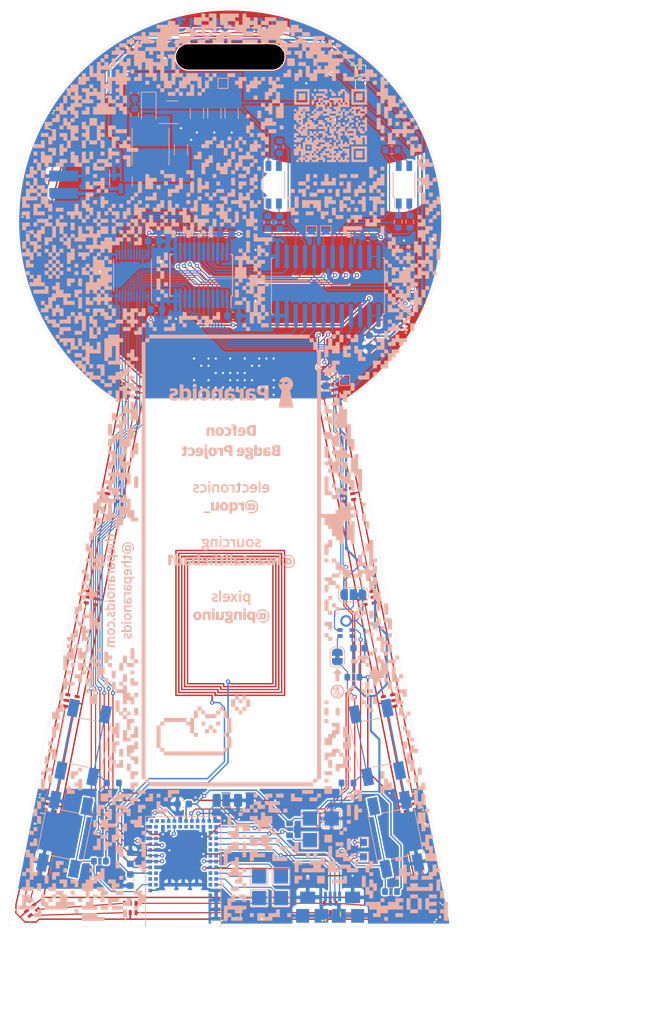
<source format=kicad_pcb>
(kicad_pcb (version 20211014) (generator pcbnew)
  (title_block (title "Paranoids Defcon Badge") (date "2022-05-13") (rev "A") (company "Yahoo") (comment 1 "See LICENSE file in project root for terms.") (comment 2 "Copyright Yahoo, Licensed under the terms of the Apache-2.0 license."))
  (layers (0 "F.Cu" signal) (31 "B.Cu" signal) (34 "B.Paste" user) (35 "F.Paste" user) (36 "B.SilkS" user "B.Silkscreen") (37 "F.SilkS" user "F.Silkscreen") (38 "B.Mask" user) (39 "F.Mask" user) (44 "Edge.Cuts" user))
  (net 0 "")
  (net 1 "GND")
  (net 2 "Net-(D10-Pad4)")
  (net 3 "Net-(D10-Pad3)")
  (net 4 "Net-(D5-Pad1)")
  (net 5 "Net-(D23-Pad1)")
  (net 6 "Net-(D23-Pad3)")
  (net 7 "Net-(D23-Pad4)")
  (net 8 "Net-(D1-Pad1)")
  (net 9 "Net-(D1-Pad6)")
  (net 10 "Net-(D2-Pad1)")
  (net 11 "Net-(D2-Pad6)")
  (net 12 "Net-(D3-Pad1)")
  (net 13 "Net-(D22-Pad1)")
  (net 14 "Net-(D3-Pad6)")
  (net 15 "Net-(D4-Pad1)")
  (net 16 "Net-(D4-Pad6)")
  (net 17 "Net-(D6-Pad1)")
  (net 18 "Net-(D6-Pad6)")
  (net 19 "Net-(D10-Pad1)")
  (net 20 "Net-(D10-Pad6)")
  (net 21 "Net-(D11-Pad1)")
  (net 22 "Net-(D11-Pad6)")
  (net 23 "Net-(D12-Pad1)")
  (net 24 "Net-(D12-Pad6)")
  (net 25 "Net-(D13-Pad1)")
  (net 26 "Net-(D13-Pad6)")
  (net 27 "Net-(D14-Pad1)")
  (net 28 "Net-(D14-Pad6)")
  (net 29 "Net-(D15-Pad1)")
  (net 30 "Net-(D15-Pad6)")
  (net 31 "Net-(D16-Pad1)")
  (net 32 "Net-(D16-Pad6)")
  (net 33 "Net-(D17-Pad1)")
  (net 34 "Net-(D17-Pad6)")
  (net 35 "Net-(D19-Pad1)")
  (net 36 "Net-(D19-Pad6)")
  (net 37 "Net-(D20-Pad1)")
  (net 38 "Net-(D20-Pad6)")
  (net 39 "NFC")
  (net 40 "/MCU/VUSB")
  (net 41 "+BATT")
  (net 42 "+5V")
  (net 43 "Net-(C9-Pad1)")
  (net 44 "LEDDAT")
  (net 45 "LEDCLK")
  (net 46 "Net-(D5-Pad6)")
  (net 47 "Net-(D7-Pad1)")
  (net 48 "Net-(D7-Pad6)")
  (net 49 "Net-(D8-Pad1)")
  (net 50 "Net-(D8-Pad6)")
  (net 51 "Net-(D18-Pad1)")
  (net 52 "Net-(D18-Pad6)")
  (net 53 "Net-(D21-Pad1)")
  (net 54 "Net-(D21-Pad6)")
  (net 55 "Net-(D22-Pad3)")
  (net 56 "Net-(D22-Pad4)")
  (net 57 "/MCU/D-")
  (net 58 "/MCU/D+")
  (net 60 "Net-(J2-Pad1)")
  (net 61 "Net-(JP1-Pad1)")
  (net 62 "MIC_DAT")
  (net 63 "Net-(JP2-Pad2)")
  (net 64 "MIC_CLK")
  (net 65 "EYE_L_B")
  (net 66 "EYE_L_G")
  (net 67 "EYE_L_R")
  (net 68 "EYE_R_B")
  (net 69 "EYE_R_G")
  (net 70 "EYE_R_R")
  (net 71 "SW1")
  (net 72 "SW2")
  (net 73 "SW3")
  (net 74 "SW4")
  (net 75 "/MCU/~{RESET}")
  (net 76 "/MCU/SWDCLK")
  (net 77 "/MCU/SWDIO")
  (net 78 "/MCU/DBG_UART_TX")
  (net 79 "/MCU/DBG_UART_RX")
  (net 87 "SHIFT_LEDDAT")
  (net 89 "SHIFT_LEDCLK")
  (net 93 "SHIFT_EYE_L_G")
  (net 95 "SHIFT_EYE_L_B")
  (net 97 "SHIFT_EYE_L_R")
  (net 103 "SHIFT_EYE_R_R")
  (net 104 "SHIFT_EYE_R_B")
  (net 105 "SHIFT_EYE_R_G")
  (net 112 "/Power Supplies/SW")
  (footprint "TestPoint:TestPoint_Pad_1.0x1.0mm" (layer "F.Cu") (at 145 34.2)
    (fp_text reference "TP1" hide)
    (fp_text value "TestPoint" hide)
  )
  (footprint "badge_custom_parts:LED-SK9822-2020" (layer "F.Cu") (at 151.7904 135.5852 -168.73)
    (fp_text reference "D6" hide)
    (fp_text value "SK9822-2020")
  )
  (footprint "badge_custom_parts:LED-SK9822-2020" (layer "F.Cu") (at 150.3426 68.6308 149.92)
    (fp_text reference "D1" hide)
    (fp_text value "SK9822-2020")
  )
  (footprint "badge_custom_parts:LED-SK9822-2020" (layer "F.Cu") (at 102.2096 135.5852 -11.27)
    (fp_text reference "D12" hide)
    (fp_text value "SK9822-2020")
  )
  (footprint "badge_custom_parts:LED-SK9822-2020" (layer "F.Cu") (at 99.3648 149.86 39.37)
    (fp_text reference "D11" hide)
    (fp_text value "SK9822-2020")
  )
  (footprint "badge_custom_parts:LED-SK9822-2020" (layer "F.Cu") (at 103.6574 41.6052 -30.08)
    (fp_text reference "D19" hide)
    (fp_text value "SK9822-2020")
  )
  (footprint "badge_custom_parts:LED-SK9822-2020" (layer "F.Cu") (at 113.5888 31.7246 -60.17)
    (fp_text reference "D20" hide)
    (fp_text value "SK9822-2020")
  )
  (footprint "badge_custom_parts:LED-SK9822-2020" (layer "F.Cu") (at 140.4112 78.5114 -168.73)
    (fp_text reference "D2" hide)
    (fp_text value "SK9822-2020")
  )
  (footprint "badge_custom_parts:LED-SK9822-2020" (layer "F.Cu") (at 103.6574 68.6308 30.08)
    (fp_text reference "D17" hide)
    (fp_text value "SK9822-2020")
  )
  (footprint "badge_custom_parts:LED-SK9822-2020" (layer "F.Cu") (at 154.6352 149.86 140.63)
    (fp_text reference "D7" hide)
    (fp_text value "SK9822-2020")
  )
  (footprint "badge_custom_parts:LED-SK9822-2020" (layer "F.Cu") (at 143.256 92.7862 -168.73)
    (fp_text reference "D3" hide)
    (fp_text value "SK9822-2020")
  )
  (footprint "badge_custom_parts:badge_slot" (layer "F.Cu") (at 127 32.3596)
    (fp_text reference "REF**" hide)
    (fp_text value "badge_slot" hide)
  )
  (footprint "badge_custom_parts:LED-SK9822-2020" (layer "F.Cu") (at 127 149.86 90)
    (fp_text reference "D9" hide)
    (fp_text value "SK9822-2020")
  )
  (footprint "badge_custom_parts:LED-SK9822-2020" (layer "F.Cu") (at 113.5888 78.5114 -11.27)
    (fp_text reference "D16" hide)
    (fp_text value "SK9822-2020")
  )
  (footprint "badge_custom_parts:badge-eyes" (layer "F.Cu") (at 141 48.8)
    (fp_text reference "Ref**" hide)
    (fp_text value "Val**" hide)
  )
  (footprint "badge_custom_parts:LED-SK9822-2020" (layer "F.Cu") (at 100.0252 55.118)
    (fp_text reference "D18" hide)
    (fp_text value "SK9822-2020")
  )
  (footprint "badge_custom_parts:LED-SK9822-2020" (layer "F.Cu") (at 105.0544 121.3358 -11.27)
    (fp_text reference "D13" hide)
    (fp_text value "SK9822-2020")
  )
  (footprint "badge_custom_parts:LED-SK9822-2020" (layer "F.Cu") (at 110.744 92.7862 -11.27)
    (fp_text reference "D15" hide)
    (fp_text value "SK9822-2020")
  )
  (footprint "badge_custom_parts:LED-SK9822-2020" (layer "F.Cu") (at 148.9456 121.3358 -168.73)
    (fp_text reference "D5" hide)
    (fp_text value "SK9822-2020")
  )
  (footprint "badge_custom_parts:LED-SK9822-2020" (layer "F.Cu") (at 140.4112 31.7246 -119.83)
    (fp_text reference "D21" hide)
    (fp_text value "SK9822-2020")
  )
  (footprint "badge_custom_parts:LED-SK9822-2020" (layer "F.Cu") (at 107.8992 107.061 -11.27)
    (fp_text reference "D14" hide)
    (fp_text value "SK9822-2020")
  )
  (footprint "TestPoint:TestPoint_Pad_1.0x1.0mm" (layer "F.Cu") (at 145 36.2)
    (fp_text reference "TP2" hide)
    (fp_text value "TestPoint" hide)
  )
  (footprint "badge_custom_parts:LED-SK9822-2020" (layer "F.Cu") (at 140.8176 149.86 90)
    (fp_text reference "D8" hide)
    (fp_text value "SK9822-2020")
  )
  (footprint "badge_custom_parts:LED-SK9822-2020" (layer "F.Cu") (at 113.1824 149.86 90)
    (fp_text reference "D10" hide)
    (fp_text value "SK9822-2020")
  )
  (footprint "badge_custom_parts:LED-SK9822-2020" (layer "F.Cu") (at 146.1008 107.061 -168.73)
    (fp_text reference "D4" hide)
    (fp_text value "SK9822-2020")
  )
  (footprint "badge_custom_parts:background8_text_v7b" (layer "B.Cu") (at 128.162 88.735417 180)
    (fp_text reference "Ref**" hide)
    (fp_text value "Val**" hide)
  )
  (footprint "badge_custom_parts:FIXED_SW_Push_1P1T_NO_6x6mm_H9.5mm" (layer "B.Cu") (at 104.14 139.7 78.73)
    (fp_text reference "SW4" hide)
    (fp_text value "SW_Push")
  )
  (footprint "Capacitor_SMD:C_0603_1608Metric" (layer "B.Cu") (at 113.8 37.35 90)
    (fp_text reference "C9" hide)
    (fp_text value "300 pF")
  )
  (footprint "Capacitor_SMD:C_1206_3216Metric" (layer "B.Cu") (at 122.4 40.15 -90)
    (fp_text reference "C10" hide)
    (fp_text value "22 uF CL31A226KOHNNNE")
  )
  (footprint "Package_TO_SOT_SMD:SOT-23" (layer "B.Cu") (at 111.9 49.6 -90)
    (fp_text reference "Q1" hide)
    (fp_text value "SSM3J332R,LF")
  )
  (footprint "Sensor_Audio:Knowles_LGA-5_3.5x2.65mm" (layer "B.Cu") (at 143 111)
    (fp_text reference "MK1" hide)
    (fp_text value "SPH0655LM4H-1")
  )
  (footprint "TestPoint:TestPoint_Pad_1.0x1.0mm" (layer "B.Cu") (at 145.4 142.8 180)
    (fp_text reference "TP10" hide)
    (fp_text value "TestPoint" hide)
  )
  (footprint "TestPoint:TestPoint_Pad_1.0x1.0mm" (layer "B.Cu") (at 140.2 77.8 180)
    (fp_text reference "TP16" hide)
    (fp_text value "TestPoint" hide)
  )
  (footprint "Package_TO_SOT_SMD:SOT-23-5" (layer "B.Cu") (at 119 40)
    (fp_text reference "U3" hide)
    (fp_text value "TPS613222ADBV")
  )
  (footprint "Capacitor_SMD:C_1206_3216Metric" (layer "B.Cu") (at 124.8 40.15 -90)
    (fp_text reference "C11" hide)
    (fp_text value "22 uF CL31A226KOHNNNE")
  )
  (footprint "Resistor_SMD:R_0603_1608Metric" (layer "B.Cu") (at 149.3 45.2 180)
    (fp_text reference "R4" hide)
    (fp_text value "84.5")
  )
  (footprint "badge_custom_parts:FIXED_SW_Push_1P1T_NO_6x6mm_H9.5mm" (layer "B.Cu") (at 147.32 127 -78.73)
    (fp_text reference "SW1" hide)
    (fp_text value "SW_Push")
  )
  (footprint "Resistor_SMD:R_0603_1608Metric" (layer "B.Cu") (at 132.2 55.2 -90)
    (fp_text reference "R3" hide)
    (fp_text value "154")
  )
  (footprint "Capacitor_SMD:C_0603_1608Metric" (layer "B.Cu") (at 120.5 135.5 180)
    (fp_text reference "C5" hide)
    (fp_text value "0.1 uF")
  )
  (footprint "badge_custom_parts:SupplyChainFML-SO_SOIC-24" (layer "B.Cu") (at 140.5 64 90)
    (fp_text reference "U4" hide)
    (fp_text value "SN74LVC8T245")
  )
  (footprint "Resistor_SMD:R_0603_1608Metric" (layer "B.Cu") (at 151.8 55.1 -90)
    (fp_text reference "R5" hide)
    (fp_text value "422")
  )
  (footprint "Diode_SMD:D_SMF" (layer "B.Cu") (at 115.75 39.5 -90)
    (fp_text reference "D24" hide)
    (fp_text value "SS2FH10")
  )
  (footprint "Resistor_SMD:R_0603_1608Metric" (layer "B.Cu") (at 149.2 147.6 180)
    (fp_text reference "R8" hide)
    (fp_text value "DNL 10k")
  )
  (footprint "TestPoint:TestPoint_Pad_1.0x1.0mm" (layer "B.Cu") (at 142.8 77 180)
    (fp_text reference "TP15" hide)
    (fp_text value "TestPoint" hide)
  )
  (footprint "TestPoint:TestPoint_Pad_2.0x2.0mm" (layer "B.Cu") (at 138 137.5 180)
    (fp_text reference "TP3" hide)
    (fp_text value "TestPoint" hide)
  )
  (footprint "TestPoint:TestPoint_Pad_1.0x1.0mm" (layer "B.Cu") (at 145.4 140.8 180)
    (fp_text reference "TP11" hide)
    (fp_text value "TestPoint" hide)
  )
  (footprint "Capacitor_SMD:C_0603_1608Metric" (layer "B.Cu") (at 144.8 114)
    (fp_text reference "C13" hide)
    (fp_text value "0.1 uF")
  )
  (footprint "badge_custom_parts:BL653" (layer "B.Cu") (at 120.5 144.9 90)
    (fp_text reference "U1" hide)
    (fp_text value "BL653")
  )
  (footprint "badge_custom_parts:USB_Micro-B_Amphenol_10118192-0001LF_Horizontal" (layer "B.Cu") (at 140.8 149.3 180)
    (fp_text reference "J1" hide)
    (fp_text value "USB_B_Micro")
  )
  (footprint "badge_custom_parts:FIXED_SW_Push_1P1T_NO_6x6mm_H9.5mm" (layer "B.Cu") (at 106.68 127 78.73)
    (fp_text reference "SW3" hide)
    (fp_text value "SW_Push")
  )
  (footprint "Resistor_SMD:R_0603_1608Metric" (layer "B.Cu") (at 110.8 132.6 180)
    (fp_text reference "R9" hide)
    (fp_text value "DNL 10k")
  )
  (footprint "Resistor_SMD:R_0603_1608Metric" (layer "B.Cu") (at 113.8 40.35 90)
    (fp_text reference "R12" hide)
    (fp_text value "5.11")
  )
  (footprint "badge_custom_parts:SupplyChainFML-DB_DBQ_PW-24" (layer "B.Cu") (at 123 62.5 90)
    (fp_text reference "U2" hide)
    (fp_text value "SN74LVC8T245")
  )
  (footprint "Capacitor_SMD:C_1206_3216Metric" (layer "B.Cu") (at 120.2 45.2 -90)
    (fp_text reference "C8" hide)
    (fp_text value "4.7 uF")
  )
  (footprint "TestPoint:TestPoint_Pad_2.0x2.0mm" (layer "B.Cu") (at 134 145.5 180)
    (fp_text reference "TP7" hide)
    (fp_text value "TestPoint" hide)
  )
  (footprint "badge_custom_parts:FIXED_SW_Push_1P1T_NO_6x6mm_H9.5mm" (layer "B.Cu") (at 149.86 139.7 -78.73)
    (fp_text reference "SW2" hide)
    (fp_text value "SW_Push")
  )
  (footprint "Resistor_SMD:R_0603_1608Metric" (layer "B.Cu") (at 150.2 55.1 -90)
    (fp_text reference "R6" hide)
    (fp_text value "154")
  )
  (footprint "Capacitor_SMD:C_0603_1608Metric" (layer "B.Cu") (at 146.2 71.6 -90)
    (fp_text reference "C6" hide)
    (fp_text value "0.1 uF")
  )
  (footprint "TestPoint:TestPoint_Pad_2.0x2.0mm" (layer "B.Cu") (at 138 140.5 180)
    (fp_text reference "TP4" hide)
    (fp_text value "TestPoint" hide)
  )
  (footprint "Resistor_SMD:R_0603_1608Metric" (layer "B.Cu") (at 144 118)
    (fp_text reference "R13" hide)
    (fp_text value "DNL 10k")
  )
  (footprint "TestPoint:TestPoint_Pad_2.0x2.0mm" (layer "B.Cu") (at 141 137.5 180)
    (fp_text reference "TP9" hide)
    (fp_text value "TestPoint" hide)
  )
  (footprint "Resistor_SMD:R_0603_1608Metric" (layer "B.Cu") (at 135.2 139 -90)
    (fp_text reference "R11" hide)
    (fp_text value "10k")
  )
  (footprint "TestPoint:TestPoint_Pad_2.0x2.0mm" (layer "B.Cu") (at 134 148.5 180)
    (fp_text reference "TP5" hide)
    (fp_text value "TestPoint" hide)
  )
  (footprint "badge_custom_parts:LED_SunLed-PLCC4_3.2x2.8mm_CW" (layer "B.Cu") (at 133 50 -90)
    (fp_text reference "D22" hide)
    (fp_text value "XZMDKCBDDG45S-9")
  )
  (footprint "Capacitor_SMD:C_0603_1608Metric" (layer "B.Cu") (at 113.2 143 90)
    (fp_text reference "C1" hide)
    (fp_text value "300 pF")
  )
  (footprint "Capacitor_SMD:C_0603_1608Metric" (layer "B.Cu") (at 127.4 68.1)
    (fp_text reference "C14" hide)
    (fp_text value "0.1 uF")
  )
  (footprint "badge_custom_parts:BATTERY_PADS" (layer "B.Cu") (at 104 50)
    (fp_text reference "J2" hide)
    (fp_text value "Conn_01x02_Male" hide)
  )
  (footprint "TestPoint:TestPoint_Pad_2.0x2.0mm" (layer "B.Cu") (at 131 145.5 180)
    (fp_text reference "TP8" hide)
    (fp_text value "TestPoint" hide)
  )
  (footprint "Jumper:SolderJumper-3_P1.3mm_Bridged12_RoundedPad1.0x1.5mm" (layer "B.Cu") (at 144 106.6 180)
    (fp_text reference "JP2" hide)
    (fp_text value "SolderJumper_3_Bridged12" hide)
  )
  (footprint "Capacitor_SMD:C_0603_1608Metric" (layer "B.Cu") (at 116.8 67.2)
    (fp_text reference "C4" hide)
    (fp_text value "0.1 uF")
  )
  (footprint "Jumper:SolderJumper-2_P1.3mm_Bridged_RoundedPad1.0x1.5mm" (layer "B.Cu") (at 141.8 115.2 -90)
    (fp_text reference "JP1" hide)
    (fp_text value "SolderJumper_2_Bridged" hide)
  )
  (footprint "Resistor_SMD:R_0603_1608Metric" (layer "B.Cu") (at 109 143.4 180)
    (fp_text reference "R10" hide)
    (fp_text value "DNL 10k")
  )
  (footprint "TestPoint:TestPoint_Pad_2.0x2.0mm" (layer "B.Cu") (at 131 148.5 180)
    (fp_text reference "TP6" hide)
    (fp_text value "TestPoint" hide)
  )
  (footprint "TestPoint:TestPoint_Pad_1.0x1.0mm" (layer "B.Cu") (at 140.2 56.4 180)
    (fp_text reference "TP14" hide)
    (fp_text value "TestPoint" hide)
  )
  (footprint "badge_custom_parts:LED_SunLed-PLCC4_3.2x2.8mm_CW" (layer "B.Cu") (at 151 50 -90)
    (fp_text reference "D23" hide)
    (fp_text value "XZMDKCBDDG45S-9")
  )
  (footprint "Capacitor_SMD:C_1206_3216Metric" (layer "B.Cu") (at 127.2 40.15 -90)
    (fp_text reference "C12" hide)
    (fp_text value "DNL 22 uF CL31A226KOHNNNE")
  )
  (footprint "Resistor_SMD:R_0603_1608Metric" (layer "B.Cu") (at 143.2 132.6)
    (fp_text reference "R7" hide)
    (fp_text value "DNL 10k")
  )
  (footprint "Capacitor_SMD:C_0603_1608Metric" (layer "B.Cu") (at 126.4 56.8 180)
    (fp_text reference "C15" hide)
    (fp_text value "0.1 uF")
  )
  (footprint "TestPoint:TestPoint_Pad_1.0x1.0mm" (layer "B.Cu") (at 126 36 180)
    (fp_text reference "TP12" hide)
    (fp_text value "TestPoint" hide)
  )
  (footprint "Resistor_SMD:R_0603_1608Metric" (layer "B.Cu") (at 133.8 55.2 -90)
    (fp_text reference "R2" hide)
    (fp_text value "422")
  )
  (footprint "Package_SO:TSSOP-24_4.4x5mm_P0.4mm" (layer "B.Cu") (at 113.5 62.5 90)
    (fp_text reference "U5" hide)
    (fp_text value "SN74LVC8T245")
  )
  (footprint "Resistor_SMD:R_0603_1608Metric" (layer "B.Cu") (at 133.8 44.8 90)
    (fp_text reference "R1" hide)
    (fp_text value "84.5")
  )
  (footprint "Capacitor_SMD:C_0603_1608Metric" (layer "B.Cu") (at 113.2 146 90)
    (fp_text reference "C2" hide)
    (fp_text value "300 pF")
  )
  (footprint "Capacitor_SMD:C_0603_1608Metric" (layer "B.Cu") (at 116.4 57.8)
    (fp_text reference "C16" hide)
    (fp_text value "0.1 uF")
  )
  (footprint "TestPoint:TestPoint_Pad_1.0x1.0mm" (layer "B.Cu") (at 138.2 56.4 180)
    (fp_text reference "TP13" hide)
    (fp_text value "TestPoint" hide)
  )
  (footprint "Capacitor_SMD:C_1206_3216Metric" (layer "B.Cu") (at 126.6 135)
    (fp_text reference "C3" hide)
    (fp_text value "4.7 uF")
  )
  (footprint "Inductor_SMD:L_Taiyo-Yuden_NR-50xx" (layer "B.Cu") (at 116 44.75 90)
    (fp_text reference "L1" hide)
    (fp_text value "10 uH NRS5020T100MMGJ")
  )
  (footprint "Capacitor_SMD:C_0603_1608Metric" (layer "B.Cu") (at 146 57.2 180)
    (fp_text reference "C7" hide)
    (fp_text value "0.1 uF")
  )
  (gr_line (start 96.266 152.4) (end 157.734 152.4) (layer "Edge.Cuts") (width 0.0254))
  (gr_line (start 157.734 152.4) (end 143.256 79.756) (layer "Edge.Cuts") (width 0.0254))
  (gr_arc (start 110.744 79.755999) (mid 127 25.571931) (end 143.256 79.755999) (layer "Edge.Cuts") (width 0.0254))
  (gr_line (start 96.266 152.4) (end 110.744 79.756) (layer "Edge.Cuts") (width 0.0254))
  (gr_text "2022-05-13" (at 127 28) (layer "B.Cu") (effects (font (size 1.5 1.5) (thickness 0.375)) (justify mirror)))
  (segment (start 143.893466 92.659169) (end 144.758601 92.441399) (width 0.2) (layer "F.Cu") (net 1))
  (segment (start 155.97274 151.17274) (end 156.6 150.54548) (width 0.2) (layer "F.Cu") (net 1))
  (segment (start 127 151.4) (end 131.4 151.4) (width 0.2) (layer "F.Cu") (net 1))
  (segment (start 155.34548 151.8) (end 155.97274 151.17274) (width 0.2) (layer "F.Cu") (net 1))
  (segment (start 153.300437 135.300437) (end 150.462882 121.062882) (width 0.2) (layer "F.Cu") (net 1))
  (segment (start 100.6 151.4) (end 100.2 151.8) (width 0.2) (layer "F.Cu") (net 1))
  (segment (start 153.4 135.8) (end 153.300437 135.300437) (width 0.2) (layer "F.Cu") (net 1))
  (segment (start 98.862307 150.272312) (end 98.02726 151.107359) (width 0.2) (layer "F.Cu") (net 1))
  (segment (start 104.416934 121.208769) (end 103.537118 121.062882) (width 0.2) (layer "F.Cu") (net 1))
  (segment (start 130.4 135) (end 133.2 135) (width 0.2) (layer "F.Cu") (net 1))
  (segment (start 141.2 30.2) (end 140.734528 31.160722) (width 0.2) (layer "F.Cu") (net 1))
  (segment (start 112.951334 78.384369) (end 112.2 78.2) (width 0.2) (layer "F.Cu") (net 1))
  (segment (start 118.111269 28) (end 135.888731 28) (width 0.2) (layer "F.Cu") (net 1))
  (segment (start 113.2 151.4) (end 100.6 151.4) (width 0.2) (layer "F.Cu") (net 1))
  (segment (start 153.8 151.8) (end 155.34548 151.8) (width 0.2) (layer "F.Cu") (net 1))
  (segment (start 114.4 135) (end 111.8 135) (width 0.2) (layer "F.Cu") (net 1))
  (segment (start 103.094938 41.279414) (end 102 40.6) (width 0.2) (layer "F.Cu") (net 1))
  (segment (start 144.758601 92.441399) (end 142 78.6) (width 0.2) (layer "F.Cu") (net 1))
  (segment (start 140.8176 150.51) (end 140.8176 151.3824) (width 0.2) (layer "F.Cu") (net 1))
  (segment (start 101.572134 135.458169) (end 100.699563 135.300437) (width 0.2) (layer "F.Cu") (net 1))
  (segment (start 100.6 135.8) (end 100.699563 135.300437) (width 0.2) (layer "F.Cu") (net 1))
  (segment (start 100.028571 138.228571) (end 100.6 135.8) (width 0.2) (layer "F.Cu") (net 1))
  (segment (start 103.094938 68.956586) (end 102 69.6) (width 0.2) (layer "F.Cu") (net 1))
  (segment (start 126.2 137.8) (end 126.4 137.6) (width 0.2) (layer "F.Cu") (net 1))
  (segment (start 149.583066 121.208769) (end 150.462882 121.062882) (width 0.2) (layer "F.Cu") (net 1))
  (segment (start 100.699563 135.300437) (end 103.537118 121.062882) (width 0.2) (layer "F.Cu") (net 1))
  (segment (start 122.6 135) (end 122.2 134.6) (width 0.2) (layer "F.Cu") (net 1))
  (segment (start 150.462882 121.062882) (end 147.61691 106.78309) (width 0.2) (layer "F.Cu") (net 1))
  (segment (start 98.02726 151.17274) (end 97.4 150.54548) (width 0.2) (layer "F.Cu") (net 1))
  (segment (start 109.241399 92.441399) (end 112 78.6) (width 0.2) (layer "F.Cu") (net 1))
  (segment (start 143.9 145.4) (end 137.7 145.4) (width 0.2) (layer "F.Cu") (net 1))
  (segment (start 146.738266 106.933969) (end 147.61691 106.78309) (width 0.2) (layer "F.Cu") (net 1))
  (segment (start 116 139.7) (end 117.7 139.7) (width 0.2) (layer "F.Cu") (net 1))
  (segment (start 127 150.51) (end 127 151.4) (width 0.2) (layer "F.Cu") (net 1))
  (segment (start 100.2 151.8) (end 98.65452 151.8) (width 0.2) (layer "F.Cu") (net 1))
  (segment (start 146 118) (end 146 131) (width 0.2) (layer "F.Cu") (net 1))
  (segment (start 98.02726 151.107359) (end 98.02726 151.17274) (width 0.2) (layer "F.Cu") (net 1))
  (segment (start 106.38309 106.78309) (end 109.241399 92.441399) (width 0.2) (layer "F.Cu") (net 1))
  (segment (start 127 151.4) (end 113.2 151.4) (width 0.2) (layer "F.Cu") (net 1))
  (segment (start 147.61691 106.78309) (end 144.758601 92.441399) (width 0.2) (layer "F.Cu") (net 1))
  (segment (start 98.4 55.2) (end 102 69.6) (width 0.2) (layer "F.Cu") (net 1))
  (segment (start 152.427866 135.458169) (end 153.300437 135.300437) (width 0.2) (layer "F.Cu") (net 1))
  (segment (start 152 69.6) (end 144.531371 77.068629) (width 0.2) (layer "F.Cu") (net 1))
  (segment (start 102 40.6) (end 112.8 30.2) (width 0.2) (layer "F.Cu") (net 1))
  (segment (start 156.6 150.54548) (end 156.6 149.4) (width 0.2) (layer "F.Cu") (net 1))
  (segment (start 97.4 150.54548) (end 97.4 149.4) (width 0.2) (layer "F.Cu") (net 1))
  (segment (start 110.106534 92.659169) (end 109.241399 92.441399) (width 0.2) (layer "F.Cu") (net 1))
  (segment (start 146 131) (end 149 134) (width 0.2) (layer "F.Cu") (net 1))
  (segment (start 126.4 137.6) (end 128.2 137.6) (width 0.2) (layer "F.Cu") (net 1))
  (segment (start 97.4 149.4) (end 100.028571 138.228571) (width 0.2) (layer "F.Cu") (net 1))
  (segment (start 153.971429 138.228571) (end 153.4 135.8) (width 0.2) (layer "F.Cu") (net 1))
  (segment (start 98.65452 151.8) (end 98.02726 151.17274) (width 0.2) (layer "F.Cu") (net 1))
  (segment (start 141 151.4) (end 153.4 151.4) (width 0.2) (layer "F.Cu") (net 1))
  (segment (start 155.97274 151.107359) (end 155.97274 151.17274) (width 0.2) (layer "F.Cu") (net 1))
  (segment (start 113.265472 31.160722) (end 112.8 30.2) (width 0.2) (layer "F.Cu") (net 1))
  (segment (start 107.261734 106.933969) (end 106.38309 106.78309) (width 0.2) (layer "F.Cu") (net 1))
  (segment (start 141.8 78.2) (end 142 78.6) (width 0.2) (layer "F.Cu") (net 1))
  (segment (start 109.468629 77.068629) (end 102 69.6) (width 0.2) (layer "F.Cu") (net 1))
  (segment (start 112.2 78.2) (end 112 78.6) (width 0.2) (layer "F.Cu") (net 1))
  (segment (start 114.9 138.6) (end 116 139.7) (width 0.2) (layer "F.Cu") (net 1))
  (segment (start 141.048666 78.384369) (end 141.8 78.2) (width 0.2) (layer "F.Cu") (net 1))
  (segment (start 113.1824 151.3824) (end 113.2 151.4) (width 0.2) (layer "F.Cu") (net 1))
  (segment (start 113.1824 150.51) (end 113.1824 151.3824) (width 0.2) (layer "F.Cu") (net 1))
  (segment (start 125.8 142.4) (end 123.3 142.4) (width 0.2) (layer "F.Cu") (net 1))
  (segment (start 102 40.6) (end 98.4 55.2) (width 0.2) (layer "F.Cu") (net 1))
  (segment (start 156.6 149.4) (end 153.971429 138.228571) (width 0.2) (layer "F.Cu") (net 1))
  (segment (start 155.137693 150.272312) (end 155.97274 151.107359) (width 0.2) (layer "F.Cu") (net 1))
  (segment (start 126 142.6) (end 125.8 142.4) (width 0.2) (layer "F.Cu") (net 1))
  (segment (start 150.905062 68.956586) (end 152 69.6) (width 0.2) (layer "F.Cu") (net 1))
  (segment (start 131.4 151.4) (end 141 151.4) (width 0.2) (layer "F.Cu") (net 1))
  (segment (start 103.537118 121.062882) (end 106.38309 106.78309) (width 0.2) (layer "F.Cu") (net 1))
  (segment (start 153.4 151.4) (end 153.8 151.8) (width 0.2) (layer "F.Cu") (net 1))
  (segment (start 124 140) (end 123.1 140) (width 0.2) (layer "F.Cu") (net 1))
  (segment (start 99.3752 55.118) (end 98.4 55.2) (width 0.2) (layer "F.Cu") (net 1))
  (segment (start 114.6 141.9) (end 118.6 141.9) (width 0.2) (layer "F.Cu") (net 1))
  (segment (start 130.4 135) (end 122.6 135) (width 0.2) (layer "F.Cu") (net 1))
  (segment (start 126.2 137.8) (end 124 140) (width 0.2) (layer "F.Cu") (net 1))
  (segment (start 107.993767 145.806233) (end 108.806233 144.993767) (width 0.2) (layer "F.Cu") (net 1))
  (via (at 151 61.5) (size 0.6) (drill 0.3) (layers "F.Cu" "B.Cu") (net 1))
  (via (at 100.028571 138.228571) (size 0.6) (drill 0.3) (layers "F.Cu" "B.Cu") (net 1))
  (via (at 126 76) (size 0.6) (drill 0.3) (layers "F.Cu" "B.Cu") (net 1))
  (via (at 126.2 137.8) (size 0.6) (drill 0.3) (layers "F.Cu" "B.Cu") (net 1))
  (via (at 114.4 135) (size 0.6) (drill 0.3) (layers "F.Cu" "B.Cu") (net 1))
  (via (at 133.2 135) (size 0.6) (drill 0.3) (layers "F.Cu" "B.Cu") (net 1))
  (via (at 151 57.7) (size 0.6) (drill 0.3) (layers "F.Cu" "B.Cu") (net 1))
  (via (at 128 76) (size 0.6) (drill 0.3) (layers "F.Cu" "B.Cu") (net 1))
  (via (at 130 75) (size 0.6) (drill 0.3) (layers "F.Cu" "B.Cu") (net 1))
  (via (at 122.2 134.6) (size 0.6) (drill 0.3) (layers "F.Cu" "B.Cu") (net 1))
  (via (at 108.806233 144.993767) (size 0.6) (drill 0.3) (layers "F.Cu" "B.Cu") (net 1))
  (via (at 155.97274 151.107359) (size 0.6) (drill 0.3) (layers "F.Cu" "B.Cu") (net 1))
  (via (at 123 78) (size 0.6) (drill 0.3) (layers "F.Cu" "B.Cu") (net 1))
  (via (at 137.7 145.4) (size 0.6) (drill 0.3) (layers "F.Cu" "B.Cu") (net 1))
  (via (at 125 79) (size 0.6) (drill 0.3) (layers "F.Cu" "B.Cu") (net 1))
  (via (at 124 74) (size 0.6) (drill 0.3) (layers "F.Cu" "B.Cu") (net 1))
  (via (at 127 74) (size 0.6) (drill 0.3) (layers "F.Cu" "B.Cu") (net 1))
  (via (at 124 78) (size 0.6) (drill 0.3) (layers "F.Cu" "B.Cu") (net 1))
  (via (at 127 76) (size 0.6) (drill 0.3) (layers "F.Cu" "B.Cu") (net 1))
  (via (at 128 77) (size 0.6) (drill 0.3) (layers "F.Cu" "B.Cu") (net 1))
  (via (at 121.6 43.8) (size 0.6) (drill 0.3) (layers "F.Cu" "B.Cu") (net 1))
  (via (at 130.5 66) (size 0.6) (drill 0.3) (layers "F.Cu" "B.Cu") (net 1))
  (via (at 111.8 135) (size 0.6) (drill 0.3) (layers "F.Cu" "B.Cu") (net 1))
  (via (at 129 74) (size 0.6) (drill 0.3) (layers "F.Cu" "B.Cu") (net 1))
  (via (at 122.4 42.8) (size 0.6) (drill 0.3) (layers "F.Cu" "B.Cu") (net 1))
  (via (at 128 78) (size 0.6) (drill 0.3) (layers "F.Cu" "B.Cu") (net 1))
  (via (at 120.2 42.2) (size 0.6) (drill 0.3) (layers "F.Cu" "B.Cu") (net 1))
  (via (at 130.4 135) (size 0.6) (drill 0.3) (layers "F.Cu" "B.Cu") (net 1))
  (via (at 128.2 137.6) (size 0.6) (drill 0.3) (layers "F.Cu" "B.Cu") (net 1))
  (via (at 122 77) (size 0.6) (drill 0.3) (layers "F.Cu" "B.Cu") (net 1))
  (via (at 114.9 138.6) (size 0.6) (drill 0.3) (layers "F.Cu" "B.Cu") (net 1))
  (via (at 124 77) (size 0.6) (drill 0.3) (layers "F.Cu" "B.Cu") (net 1))
  (via (at 107.993767 145.806233) (size 0.6) (drill 0.3) (layers "F.Cu" "B.Cu") (net 1))
  (via (at 132 74) (size 0.6) (drill 0.3) (layers "F.Cu" "B.Cu") (net 1))
  (via (at 124 75) (size 0.6) (drill 0.3) (layers "F.Cu" "B.Cu") (net 1))
  (via (at 125 78) (size 0.6) (drill 0.3) (layers "F.Cu" "B.Cu") (net 1))
  (via (at 123 79) (size 0.6) (drill 0.3) (layers "F.Cu" "B.Cu") (net 1))
  (via (at 133 78) (size 0.6) (drill 0.3) (layers "F.Cu" "B.Cu") (net 1))
  (via (at 125 74) (size 0.6) (drill 0.3) (layers "F.Cu" "B.Cu") (net 1))
  (via (at 127 77) (size 0.6) (drill 0.3) (layers "F.Cu" "B.Cu") (net 1))
  (via (at 118 32.5) (size 0.6) (drill 0.3) (layers "F.Cu" "B.Cu") (net 1))
  (via (at 129 77) (size 0.6) (drill 0.3) (layers "F.Cu" "B.Cu") (net 1))
  (via (at 109 62) (size 0.6) (drill 0.3) (layers "F.Cu" "B.Cu") (net 1))
  (via (at 131 75) (size 0.6) (drill 0.3) (layers "F.Cu" "B.Cu") (net 1))
  (via (at 123.3 142.4) (size 0.6) (drill 0.3) (layers "F.Cu" "B.Cu") (net 1))
  (via (at 131 74) (size 0.6) (drill 0.3) (layers "F.Cu" "B.Cu") (net 1))
  (via (at 119.5 68.5) (size 0.6) (drill 0.3) (layers "F.Cu" "B.Cu") (net 1))
  (via (at 122 74) (size 0.6) (drill 0.3) (layers "F.Cu" "B.Cu") (net 1))
  (via (at 126 78) (size 0.6) (drill 0.3) (layers "F.Cu" "B.Cu") (net 1))
  (via (at 137.5 36) (size 0.6) (drill 0.3) (layers "F.Cu" "B.Cu") (net 1))
  (via (at 127.2 42.8) (size 0.6) (drill 0.3) (layers "F.Cu" "B.Cu") (net 1))
  (via (at 149 134) (size 0.6) (drill 0.3) (layers "F.Cu" "B.Cu") (net 1))
  (via (at 141.2 30.2) (size 0.6) (drill 0.3) (layers "F.Cu" "B.Cu") (net 1))
  (via (at 123 75) (size 0.6) (drill 0.3) (layers "F.Cu" "B.Cu") (net 1))
  (via (at 117.7 139.7) (size 0.6) (drill 0.3) (layers "F.Cu" "B.Cu") (net 1))
  (via (at 155 57.5) (size 0.6) (drill 0.3) (layers "F.Cu" "B.Cu") (net 1))
  (via (at 118.6 141.9) (size 0.6) (drill 0.3) (layers "F.Cu" "B.Cu") (net 1))
  (via (at 143.9 145.4) (size 0.6) (drill 0.3) (layers "F.Cu" "B.Cu") (net 1))
  (via (at 117.4 60.6) (size 0.6) (drill 0.3) (layers "F.Cu" "B.Cu") (net 1))
  (via (at 131.4 151.4) (size 0.6) (drill 0.3) (layers "F.Cu" "B.Cu") (net 1))
  (via (at 153.971429 138.228571) (size 0.6) (drill 0.3) (layers "F.Cu" "B.Cu") (net 1))
  (via (at 125 76) (size 0.6) (drill 0.3) (layers "F.Cu" "B.Cu") (net 1))
  (via (at 133 77) (size 0.6) (drill 0.3) (layers "F.Cu" "B.Cu") (net 1))
  (via (at 123.1 140) (size 0.6) (drill 0.3) (layers "F.Cu" "B.Cu") (net 1))
  (via (at 132 78) (size 0.6) (drill 0.3) (layers "F.Cu" "B.Cu") (net 1))
  (via (at 141.5 41) (size 0.6) (drill 0.3) (layers "F.Cu" "B.Cu") (net 1))
  (via (at 133 74) (size 0.6) (drill 0.3) (layers "F.Cu" "B.Cu") (net 1))
  (via (at 131 78) (size 0.6) (drill 0.3) (layers "F.Cu" "B.Cu") (net 1))
  (via (at 130.5 59) (size 0.6) (drill 0.3) (layers "F.Cu" "B.Cu") (net 1))
  (via (at 129 76) (size 0.6) (drill 0.3) (layers "F.Cu" "B.Cu") (net 1))
  (via (at 129 78) (size 0.6) (drill 0.3) (layers "F.Cu" "B.Cu") (net 1))
  (via (at 127 78) (size 0.6) (drill 0.3) (layers "F.Cu" "B.Cu") (net 1))
  (via (at 114.6 141.9) (size 0.6) (drill 0.3) (layers "F.Cu" "B.Cu") (net 1))
  (via (at 146 118) (size 0.6) (drill 0.3) (layers "F.Cu" "B.Cu") (net 1))
  (via (at 124.8 42.8) (size 0.6) (drill 0.3) (layers "F.Cu" "B.Cu") (net 1))
  (via (at 130 77) (size 0.6) (drill 0.3) (layers "F.Cu" "B.Cu") (net 1))
  (via (at 133 79) (size 0.6) (drill 0.3) (layers "F.Cu" "B.Cu") (net 1))
  (via (at 126 142.6) (size 0.6) (drill 0.3) (layers "F.Cu" "B.Cu") (net 1))
  (arc (start 112.2 78.2) (mid 110.721793 77.905966) (end 109.468629 77.068629) (width 0.2) (layer "F.Cu") (net 1))
  (arc (start 144.531371 77.068629) (mid 143.278208 77.905966) (end 141.8 78.2) (width 0.2) (layer "F.Cu") (net 1))
  (arc (start 135.888731 28) (mid 138.763169 28.571761) (end 141.2 30.2) (width 0.2) (layer "F.Cu") (net 1))
  (arc (start 112.8 30.2) (mid 115.236831 28.571762) (end 118.111269 28) (width 0.2) (layer "F.Cu") (net 1))
  (segment (start 148.749769 122.661926) (end 150.303458 130.458627) (width 0.2) (layer "B.Cu") (net 1))
  (segment (start 145.3 107) (end 145.3 109.3) (width 0.2) (layer "B.Cu") (net 1))
  (segment (start 144.945 59.925) (end 144.945 61.445) (width 0.2) (layer "B.Cu") (net 1))
  (segment (start 145.3 109.3) (end 144.6 110) (width 0.2) (layer "B.Cu") (net 1))
  (segment (start 144.4 110.2) (end 143.8 110.2) (width 0.2) (layer "B.Cu") (net 1))
  (segment (start 126.2 137.8) (end 126.15 137.85) (width 0.2) (layer "B.Cu") (net 1))
  (segment (start 125.275 57.15) (end 125.625 56.8) (width 0.2) (layer "B.Cu") (net 1))
  (segment (start 144.945 57.48) (end 145.225 57.2) (width 0.2) (layer "B.Cu") (net 1))
  (segment (start 145.575 115.425) (end 144.825 116.175) (width 0.2) (layer "B.Cu") (net 1))
  (segment (start 125.275 58.9) (end 125.275 57.15) (width 0.2) (layer "B.Cu") (net 1))
  (segment (start 144.945 61.445) (end 146 62.5) (width 0.2) (layer "B.Cu") (net 1))
  (segment (start 120.075 66.1) (end 119.425 66.1) (width 0.2) (layer "B.Cu") (net 1))
  (segment (start 116 147.4) (end 117 147.4) (width 0.2) (layer "B.Cu") (net 1))
  (segment (start 146 118) (end 144.825 118) (width 0.2) (layer "B.Cu") (net 1))
  (segment (start 115.95 147.45) (end 116 147.4) (width 0.2) (layer "B.Cu") (net 1))
  (segment (start 103.696542 130.458627) (end 102.710231 135.361926) (width 0.2) (layer "B.Cu") (net 1))
  (segment (start 134.785 68.075) (end 133.515 68.075) (width 0.2) (layer "B.Cu") (net 1))
  (segment (start 144.4 110.2) (end 145.6 111.4) (width 0.2) (layer "B.Cu") (net 1))
  (segment (start 144.6 110) (end 144.4 110.2) (width 0.2) (layer "B.Cu") (net 1))
  (segment (start 145.6 113.975) (end 145.575 114) (width 0.2) (layer "B.Cu") (net 1))
  (segment (start 144.825 116.175) (end 144.825 118) (width 0.2) (layer "B.Cu") (net 1))
  (segment (start 105.250231 122.661926) (end 103.696542 130.458627) (width 0.2) (layer "B.Cu") (net 1))
  (segment (start 126.15 137.85) (end 124.9 137.85) (width 0.2) (layer "B.Cu") (net 1))
  (segment (start 145.6 111.4) (end 145.6 113.975) (width 0.2) (layer "B.Cu") (net 1))
  (segment (start 144.945 59.925) (end 144.945 57.48) (width 0.2) (layer "B.Cu") (net 1))
  (segment (start 117 147.4) (end 117.2 147.2) (width 0.2) (layer "B.Cu") (net 1))
  (segment (start 114.9 59.6375) (end 114.9 60.8) (width 0.2) (layer "B.Cu") (net 1))
  (segment (start 150.303458 130.458627) (end 151.289769 135.361926) (width 0.2) (layer "B.Cu") (net 1))
  (segment (start 145.575 114) (end 145.575 115.425) (width 0.2) (layer "B.Cu") (net 1))
  (segment (start 126.2 149.21) (end 113.9824 149.21) (width 0.15) (layer "F.Cu") (net 2))
  (segment (start 126.2 150.51) (end 113.9824 150.51) (width 0.15) (layer "F.Cu") (net 3))
  (segment (start 152.27152 134.673595) (end 149.739412 121.993342) (width 0.15) (layer "F.Cu") (net 4))
  (segment (start 150.275 54.2) (end 150.2 54.275) (width 0.15) (layer "B.Cu") (net 5))
  (segment (start 150.275 52.6) (end 150.275 54.2) (width 0.15) (layer "B.Cu") (net 5))
  (segment (start 151 46.075) (end 151 46.3) (width 0.15) (layer "B.Cu") (net 6))
  (segment (start 151 46.3) (end 151.725 47.025) (width 0.15) (layer "B.Cu") (net 6))
  (segment (start 150.125 45.2) (end 151 46.075) (width 0.15) (layer "B.Cu") (net 6))
  (segment (start 151.725 47.025) (end 151.725 47.4) (width 0.15) (layer "B.Cu") (net 6))
  (segment (start 151.725 54.2) (end 151.8 54.275) (width 0.15) (layer "B.Cu") (net 7))
  (segment (start 151.725 52.6) (end 151.725 54.2) (width 0.15) (layer "B.Cu") (net 7))
  (segment (start 140.89232 77.599795) (end 150.504095 69.648847) (width 0.15) (layer "F.Cu") (net 8))
  (segment (start 149.379171 68.997275) (end 139.617388 77.853858) (width 0.15) (layer "F.Cu") (net 9))
  (segment (start 143.73712 91.874595) (end 141.205012 79.168942) (width 0.15) (layer "F.Cu") (net 10))
  (segment (start 139.93008 79.423005) (end 142.462188 92.128658) (width 0.15) (layer "F.Cu") (net 11))
  (segment (start 146.58192 106.149395) (end 144.049812 93.443742) (width 0.15) (layer "F.Cu") (net 12))
  (segment (start 132.275 52.6) (end 132.275 54.3) (width 0.15) (layer "B.Cu") (net 13))
  (segment (start 132.275 54.3) (end 132.2 54.375) (width 0.15) (layer "B.Cu") (net 13))
  (segment (start 142.77488 93.697805) (end 145.306988 106.403458) (width 0.15) (layer "F.Cu") (net 14))
  (segment (start 146.894612 107.718542) (end 149.42672 120.424195) (width 0.15) (layer "F.Cu") (net 15))
  (segment (start 145.61968 107.972605) (end 148.151788 120.678258) (width 0.15) (layer "F.Cu") (net 16))
  (segment (start 152.584212 136.242742) (end 155.645153 149.653859) (width 0.15) (layer "F.Cu") (net 17))
  (segment (start 151.30928 136.496805) (end 154.640168 148.829236) (width 0.15) (layer "F.Cu") (net 18))
  (segment (start 99.369768 150.890764) (end 112.3824 150.51) (width 0.15) (layer "F.Cu") (net 19))
  (segment (start 112.3824 149.21) (end 100.374753 150.066141) (width 0.15) (layer "F.Cu") (net 20))
  (segment (start 98.354847 149.653859) (end 101.415788 136.242742) (width 0.15) (layer "F.Cu") (net 21))
  (segment (start 99.359832 148.829236) (end 102.69072 136.496805) (width 0.15) (layer "F.Cu") (net 22))
  (segment (start 104.260588 121.993342) (end 101.72848 134.673595) (width 0.15) (layer "F.Cu") (net 23))
  (segment (start 103.003412 134.927658) (end 105.53552 122.247405) (width 0.15) (layer "F.Cu") (net 24))
  (segment (start 104.57328 120.424195) (end 107.105388 107.718542) (width 0.15) (layer "F.Cu") (net 25))
  (segment (start 105.848212 120.678258) (end 108.38032 107.972605) (width 0.15) (layer "F.Cu") (net 26))
  (segment (start 107.41808 106.149395) (end 109.950188 93.443742) (width 0.15) (layer "F.Cu") (net 27))
  (segment (start 108.693012 106.403458) (end 111.22512 93.697805) (width 0.15) (layer "F.Cu") (net 28))
  (segment (start 110.26288 91.874595) (end 112.794988 79.168942) (width 0.15) (layer "F.Cu") (net 29))
  (segment (start 111.537812 92.128658) (end 114.06992 79.423005) (width 0.15) (layer "F.Cu") (net 30))
  (segment (start 113.10768 77.599795) (end 103.495905 69.648847) (width 0.15) (layer "F.Cu") (net 31))
  (segment (start 104.620829 68.997275) (end 114.382612 77.853858) (width 0.15) (layer "F.Cu") (net 32))
  (segment (start 99.3752 55.918) (end 102.693971 68.264325) (width 0.15) (layer "F.Cu") (net 33))
  (segment (start 100.6752 55.918) (end 103.818895 67.612753) (width 0.15) (layer "F.Cu") (net 34))
  (segment (start 103.495905 40.587153) (end 112.571468 31.558664) (width 0.15) (layer "F.Cu") (net 35))
  (segment (start 104.620829 41.238725) (end 113.218124 32.686421) (width 0.15) (layer "F.Cu") (net 36))
  (segment (start 119.422307 28.5) (end 134.577693 28.5) (width 0.15) (layer "F.Cu") (net 37))
  (arc (start 113.959476 30.762779) (mid 116.465843 29.088078) (end 119.422307 28.5) (width 0.15) (layer "F.Cu") (net 37))
  (arc (start 134.577693 28.5) (mid 137.534155 29.088077) (end 140.040524 30.762779) (width 0.15) (layer "F.Cu") (net 37))
  (segment (start 121.584503 29) (end 132.415497 29) (width 0.15) (layer "F.Cu") (net 38))
  (arc (start 132.415497 29) (mid 136.192164 29.751226) (end 139.393868 31.890536) (width 0.15) (layer "F.Cu") (net 38))
  (arc (start 114.606132 31.890536) (mid 117.807835 29.751226) (end 121.584503 29) (width 0.15) (layer "F.Cu") (net 38))
  (segment (start 124.9 120.5) (end 124.9 120.1) (width 0.2) (layer "F.Cu") (net 39))
  (segment (start 125.3 120.1) (end 125.3 119.7) (width 0.2) (layer "F.Cu") (net 39))
  (segment (start 133.3 101.7) (end 133.3 119.3) (width 0.2) (layer "F.Cu") (net 39))
  (segment (start 120.7 119.3) (end 120.7 101.7) (width 0.2) (layer "F.Cu") (net 39))
  (segment (start 133.3 119.3) (end 126.1 119.3) (width 0.2) (layer "F.Cu") (net 39))
  (segment (start 124.9 120.1) (end 119.9 120.1) (width 0.2) (layer "F.Cu") (net 39))
  (segment (start 119.9 120.1) (end 119.9 100.9) (width 0.2) (layer "F.Cu") (net 39))
  (segment (start 124.5 121.5) (end 124.5 120.5) (width 0.2) (layer "F.Cu") (net 39))
  (segment (start 126.1 119.3) (end 126.1 118.9) (width 0.2) (layer "F.Cu") (net 39))
  (segment (start 125.7 119.3) (end 120.7 119.3) (width 0.2) (layer "F.Cu") (net 39))
  (segment (start 132.9 102.1) (end 132.9 118.9) (width 0.2) (layer "F.Cu") (net 39))
  (segment (start 119.9 100.9) (end 134.1 100.9) (width 0.2) (layer "F.Cu") (net 39))
  (segment (start 124.5 120.5) (end 119.5 120.5) (width 0.2) (layer "F.Cu") (net 39))
  (segment (start 120.7 101.7) (end 133.3 101.7) (width 0.2) (layer "F.Cu") (net 39))
  (segment (start 134.5 120.5) (end 124.9 120.5) (width 0.2) (layer "F.Cu") (net 39))
  (segment (start 126.1 118.9) (end 121.1 118.9) (width 0.2) (layer "F.Cu") (net 39))
  (segment (start 127 118.9) (end 126.7 118.6) (width 0.2) (layer "F.Cu") (net 39))
  (segment (start 121.1 102.1) (end 132.9 102.1) (width 0.2) (layer "F.Cu") (net 39))
  (segment (start 121.1 118.9) (end 121.1 102.1) (width 0.2) (layer "F.Cu") (net 39))
  (segment (start 132.9 118.9) (end 127 118.9) (width 0.2) (layer "F.Cu") (net 39))
  (segment (start 120.3 101.3) (end 133.7 101.3) (width 0.2) (layer "F.Cu") (net 39))
  (segment (start 133.7 119.7) (end 125.7 119.7) (width 0.2) (layer "F.Cu") (net 39))
  (segment (start 119.5 120.5) (end 119.5 100.5) (width 0.2) (layer "F.Cu") (net 39))
  (segment (start 134.5 100.5) (end 134.5 120.5) (width 0.2) (layer "F.Cu") (net 39))
  (segment (start 125.3 119.7) (end 120.3 119.7) (width 0.2) (layer "F.Cu") (net 39))
  (segment (start 134.1 100.9) (end 134.1 120.1) (width 0.2) (layer "F.Cu") (net 39))
  (segment (start 120.3 119.7) (end 120.3 101.3) (width 0.2) (layer "F.Cu") (net 39))
  (segment (start 133.7 101.3) (end 133.7 119.7) (width 0.2) (layer "F.Cu") (net 39))
  (segment (start 134.1 120.1) (end 125.3 120.1) (width 0.2) (layer "F.Cu") (net 39))
  (segment (start 119.5 100.5) (end 134.5 100.5) (width 0.2) (layer "F.Cu") (net 39))
  (segment (start 125.7 119.7) (end 125.7 119.3) (width 0.2) (layer "F.Cu") (net 39))
  (via (at 124.5 121.5) (size 0.6) (drill 0.3) (layers "F.Cu" "B.Cu") (net 39))
  (via (at 126.7 118.6) (size 0.6) (drill 0.3) (layers "F.Cu" "B.Cu") (net 39))
  (segment (start 111.5 136.3) (end 115.8 132) (width 0.2) (layer "B.Cu") (net 39))
  (segment (start 113.225 145.225) (end 113.5 145.225) (width 0.2) (layer "B.Cu") (net 39))
  (segment (start 112 136.5) (end 115.9 132.6) (width 0.2) (layer "B.Cu") (net 39))
  (segment (start 113.2 145.225) (end 113.2 145.2) (width 0.2) (layer "B.Cu") (net 39))
  (segment (start 115.8 132) (end 123.85 132) (width 0.2) (layer "B.Cu") (net 39))
  (segment (start 113.2 145.2) (end 111.5 143.5) (width 0.2) (layer "B.Cu") (net 39))
  (segment (start 113.375 145.05) (end 113.2 145.225) (width 0.2) (layer "B.Cu") (net 39))
  (segment (start 115.95 145.05) (end 113.375 145.05) (width 0.2) (layer "B.Cu") (net 39))
  (segment (start 123.9 132.6) (end 126.7 129.8) (width 0.2) (layer "B.Cu") (net 39))
  (segment (start 123.85 132) (end 126.2 129.65) (width 0.2) (layer "B.Cu") (net 39))
  (segment (start 113.2 143.775) (end 113.175 143.775) (width 0.2) (layer "B.Cu") (net 39))
  (segment (start 126.7 129.8) (end 126.7 118.6) (width 0.2) (layer "B.Cu") (net 39))
  (segment (start 126.2 122.2) (end 125.5 121.5) (width 0.2) (layer "B.Cu") (net 39))
  (segment (start 126.2 129.65) (end 126.2 122.2) (width 0.2) (layer "B.Cu") (net 39))
  (segment (start 111.5 143.5) (end 111.5 136.3) (width 0.2) (layer "B.Cu") (net 39))
  (segment (start 115.9 132.6) (end 123.9 132.6) (width 0.2) (layer "B.Cu") (net 39))
  (segment (start 125.5 121.5) (end 124.5 121.5) (width 0.2) (layer "B.Cu") (net 39))
  (segment (start 115.95 144.25) (end 113.675 144.25) (width 0.2) (layer "B.Cu") (net 39))
  (segment (start 112 142.6) (end 112 136.5) (width 0.2) (layer "B.Cu") (net 39))
  (segment (start 113.675 144.25) (end 113.2 143.775) (width 0.2) (layer "B.Cu") (net 39))
  (segment (start 113.175 143.775) (end 112 142.6) (width 0.2) (layer "B.Cu") (net 39))
  (segment (start 124.1 137.85) (end 124.1 136.4) (width 0.2) (layer "B.Cu") (net 40))
  (segment (start 124.1 136.4) (end 125.125 135.375) (width 0.2) (layer "B.Cu") (net 40))
  (segment (start 125.125 135) (end 125.125 135.372838) (width 0.2) (layer "B.Cu") (net 40))
  (segment (start 127.952162 138.2) (end 132 138.2) (width 0.2) (layer "B.Cu") (net 40))
  (segment (start 136.2 142.4) (end 140.2 142.4) (width 0.2) (layer "B.Cu") (net 40))
  (segment (start 125.125 135.372838) (end 127.952162 138.2) (width 0.2) (layer "B.Cu") (net 40))
  (segment (start 125.125 135.375) (end 125.125 135) (width 0.2) (layer "B.Cu") (net 40))
  (segment (start 142.1 144.3) (end 142.1 148.275) (width 0.2) (layer "B.Cu") (net 40))
  (segment (start 132 138.2) (end 136.2 142.4) (width 0.2) (layer "B.Cu") (net 40))
  (segment (start 140.2 142.4) (end 142.1 144.3) (width 0.2) (layer "B.Cu") (net 40))
  (segment (start 146.2 65.7) (end 142.5 69.4) (width 0.2) (layer "F.Cu") (net 41))
  (segment (start 111.8 134) (end 123 134) (width 0.2) (layer "F.Cu") (net 41))
  (segment (start 116 68.6) (end 116.8 69.4) (width 0.2) (layer "F.Cu") (net 41))
  (segment (start 142.5 69.4) (end 127.4 69.4) (width 0.2) (layer "F.Cu") (net 41))
  (segment (start 123 134) (end 123.4 134.4) (width 0.2) (layer "F.Cu") (net 41))
  (segment (start 116.8 69.4) (end 127.4 69.4) (width 0.2) (layer "F.Cu") (net 41))
  (via (at 123.4 134.4) (size 0.6) (drill 0.3) (layers "F.Cu" "B.Cu") (net 41))
  (via (at 111.8 134) (size 0.6) (drill 0.3) (layers "F.Cu" "B.Cu") (net 41))
  (via (at 146.2 65.7) (size 0.6) (drill 0.3) (layers "F.Cu" "B.Cu") (net 41))
  (via (at 127.4 69.4) (size 0.6) (drill 0.3) (layers "F.Cu" "B.Cu") (net 41))
  (via (at 116 68.6) (size 0.6) (drill 0.3) (layers "F.Cu" "B.Cu") (net 41))
  (segment (start 143.8 135) (end 142.4 135) (width 0.2) (layer "B.Cu") (net 41))
  (segment (start 116.025 68.575) (end 116 68.6) (width 0.2) (layer "B.Cu") (net 41))
  (segment (start 146.4 120.6) (end 146.4 125.4) (width 0.3) (layer "B.Cu") (net 41))
  (segment (start 126.575 68.05) (end 126.625 68.1) (width 0.2) (layer "B.Cu") (net 41))
  (segment (start 148.6 117) (end 148.6 118.9) (width 0.3) (layer "B.Cu") (net 41))
  (segment (start 144.025 113.1875) (end 143.8375 113) (width 0.2) (layer "B.Cu") (net 41))
  (segment (start 144 114.025) (end 144 119) (width 0.3) (layer "B.Cu") (net 41))
  (segment (start 125.925 66.1) (end 126.575 66.1) (width 0.2) (layer "B.Cu") (net 41))
  (segment (start 147.485 68.075) (end 146.215 68.075) (width 0.2) (layer "B.Cu") (net 41))
  (segment (start 142.375 132.6) (end 142.375 134.975) (width 0.2) (layer "B.Cu") (net 41))
  (segment (start 143 100.25) (end 145.075 102.325) (width 0.3) (layer "B.Cu") (net 41))
  (segment (start 146.2 70.825) (end 146.275 70.9) (width 0.2) (layer "B.Cu") (net 41))
  (segment (start 111.8 132.775) (end 111.625 132.6) (width 0.2) (layer "B.Cu") (net 41))
  (segment (start 147 110.5) (end 148.6 112.1) (width 0.3) (layer "B.Cu") (net 41))
  (segment (start 144.025 114) (end 144.025 113.1875) (width 0.2) (layer "B.Cu") (net 41))
  (segment (start 143.8375 112.304) (end 143.8375 113) (width 0.2) (layer "B.Cu") (net 41))
  (segment (start 145.075 102.325) (end 147 104.25) (width 0.3) (layer "B.Cu") (net 41))
  (segment (start 150.025 147.6) (end 150.6 147.025) (width 0.2) (layer "B.Cu") (net 41))
  (segment (start 113.75 46.55) (end 116 46.55) (width 0.3) (layer "B.Cu") (net 41))
  (segment (start 145.6 120.6) (end 147 120.6) (width 0.3) (layer "B.Cu") (net 41))
  (segment (start 120.9 135.875) (end 121.275 135.5) (width 0.2) (layer "B.Cu") (net 41))
  (segment (start 142.375 134.975) (end 142.4 135) (width 0.2) (layer "B.Cu") (net 41))
  (segment (start 111.8 134) (end 109.825 135.975) (width 0.2) (layer "B.Cu") (net 41))
  (segment (start 147 120.6) (end 146.4 120.6) (width 0.3) (layer "B.Cu") (net 41))
  (segment (start 123.3 136.5) (end 122.3 135.5) (width 0.2) (layer "B.Cu") (net 41))
  (segment (start 146.215 68.075) (end 146.215 70.81) (width 0.2) (layer "B.Cu") (net 41))
  (segment (start 135.2 138.175) (end 130.625 133.6) (width 0.2) (layer "B.Cu") (net 41))
  (segment (start 148.6 119) (end 147 120.6) (width 0.3) (layer "B.Cu") (net 41))
  (segment (start 115.7 65.3625) (end 115.32452 65.3625) (width 0.2) (layer "B.Cu") (net 41))
  (segment (start 142.999999 84.700091) (end 143 100.25) (width 0.3) (layer "B.Cu") (net 41))
  (segment (start 127.4 69.4) (end 126.625 68.625) (width 0.2) (layer "B.Cu") (net 41))
  (segment (start 148.6 117) (end 148.6 119) (width 0.3) (layer "B.Cu") (net 41))
  (segment (start 147.6 133.8) (end 145 133.8) (width 0.2) (layer "B.Cu") (net 41))
  (segment (start 124.2 133.6) (end 122.3 135.5) (width 0.2) (layer "B.Cu") (net 41))
  (segment (start 148.6 112.1) (end 148.6 117) (width 0.3) (layer "B.Cu") (net 41))
  (segment (start 146.4 125.4) (end 147.6 126.6) (width 0.3) (layer "B.Cu") (net 41))
  (segment (start 150.6 147.025) (end 150.6 141.2) (width 0.2) (layer "B.Cu") (net 41))
  (segment (start 130.625 133.6) (end 124.2 133.6) (width 0.2) (layer "B.Cu") (net 41))
  (segment (start 126.575 66.1) (end 126.575 68.05) (width 0.2) (layer "B.Cu") (net 41))
  (segment (start 110.2 34) (end 110.2 43) (width 0.3) (layer "B.Cu") (net 41))
  (segment (start 120.9 137.85) (end 120.9 135.875) (width 0.2) (layer "B.Cu") (net 41))
  (segment (start 150.6 141.2) (end 149.2 139.8) (width 0.2) (layer "B.Cu") (net 41))
  (segment (start 135.875 137.5) (end 135.2 138.175) (width 0.2) (layer "B.Cu") (net 41))
  (segment (start 116.025 67.2) (end 116.025 68.575) (width 0.2) (layer "B.Cu") (net 41))
  (segment (start 146.2 65.7) (end 146.2 68.06) (width 0.2) (layer "B.Cu") (net 41))
  (segment (start 147 104.25) (end 147 110.5) (width 0.3) (layer "B.Cu") (net 41))
  (segment (start 153.5 66.5) (end 153.5 43.5) (width 0.3) (layer "B.Cu") (net 41))
  (segment (start 146.275 70.9) (end 149.1 70.9) (width 0.2) (layer "B.Cu") (net 41))
  (segment (start 138 137.5) (end 135.875 137.5) (width 0.2) (layer "B.Cu") (net 41))
  (segment (start 142.2 79.8) (end 142.2 83.900092) (width 0.3) (layer "B.Cu") (net 41))
  (segment (start 149.1 72.9) (end 142.2 79.8) (width 0.3) (layer "B.Cu") (net 41))
  (segment (start 122.3 135.5) (end 121.275 135.5) (width 0.2) (layer "B.Cu") (net 41))
  (segment (start 149.1 70.9) (end 153.5 66.5) (width 0.3) (layer "B.Cu") (net 41))
  (segment (start 153.5 43.5) (end 140 30) (width 0.3) (layer "B.Cu") (net 41))
  (segment (start 144 119) (end 145.6 120.6) (width 0.3) (layer "B.Cu") (net 41))
  (segment (start 140 30) (end 114.2 30) (width 0.3) (layer "B.Cu") (net 41))
  (segment (start 142.7 104.7) (end 145.075 102.325) (width 0.2) (layer "B.Cu") (net 41))
  (segment (start 146.215 70.81) (end 146.2 70.825) (width 0.2) (layer "B.Cu") (net 41))
  (segment (start 149.2 135.4) (end 147.6 133.8) (width 0.2) (layer "B.Cu") (net 41))
  (segment (start 114.2 30) (end 110.2 34) (width 0.3) (layer "B.Cu") (net 41))
  (segment (start 145 133.8) (end 143.8 135) (width 0.2) (layer "B.Cu") (net 41))
  (segment (start 123.3 137.85) (end 123.3 136.5) (width 0.2) (layer "B.Cu") (net 41))
  (segment (start 144.025 114) (end 144 114.025) (width 0.3) (layer "B.Cu") (net 41))
  (segment (start 115.7 66.875) (end 115.7 65.3625) (width 0.2) (layer "B.Cu") (net 41))
  (segment (start 149.1 70.9) (end 149.1 72.9) (width 0.3) (layer "B.Cu") (net 41))
  (segment (start 140.5 135) (end 138 137.5) (width 0.2) (layer "B.Cu") (net 41))
  (segment (start 126.625 68.625) (end 126.625 68.1) (width 0.2) (layer "B.Cu") (net 41))
  (segment (start 142.7 106.6) (end 142.7 104.7) (width 0.2) (layer "B.Cu") (net 41))
  (segment (start 142.2 83.900092) (end 142.999999 84.700091) (width 0.3) (layer "B.Cu") (net 41))
  (segment (start 147.6 126.6) (end 147.6 133.8) (width 0.3) (layer "B.Cu") (net 41))
  (segment (start 109.825 135.975) (end 109.825 143.4) (width 0.2) (layer "B.Cu") (net 41))
  (segment (start 149.2 139.8) (end 149.2 135.4) (width 0.2) (layer "B.Cu") (net 41))
  (segment (start 116.025 67.2) (end 115.7 66.875) (width 0.2) (layer "B.Cu") (net 41))
  (segment (start 110.2 43) (end 113.75 46.55) (width 0.3) (layer "B.Cu") (net 41))
  (segment (start 142.4 135) (end 140.5 135) (width 0.2) (layer "B.Cu") (net 41))
  (segment (start 111.8 134) (end 111.8 132.775) (width 0.2) (layer "B.Cu") (net 41))
  (segment (start 146.2 68.06) (end 146.215 68.075) (width 0.2) (layer "B.Cu") (net 41))
  (segment (start 140.8176 149.21) (end 140.8176 148.4176) (width 0.2) (layer "F.Cu") (net 42))
  (segment (start 150.4 136.4) (end 153 148.4) (width 0.2) (layer "F.Cu") (net 42))
  (segment (start 106.524781 121.724781) (end 109.38309 107.38309) (width 0.2) (layer "F.Cu") (net 42))
  (segment (start 113.912128 32.288478) (end 114.4 33.2) (width 0.2) (layer "F.Cu") (net 42))
  (segment (start 114.226266 78.638431) (end 115 78.8) (width 0.2) (layer "F.Cu") (net 42))
  (segment (start 138.6 77.2) (end 139 78.8) (width 0.2) (layer "F.Cu") (net 42))
  (segment (start 101.6 55.2) (end 105 42.4) (width 0.2) (layer "F.Cu") (net 42))
  (segment (start 149.780138 68.305014) (end 148.8 67.8) (width 0.2) (layer "F.Cu") (net 42))
  (segment (start 147.4 56.8) (end 128.2 56.8) (width 0.2) (layer "F.Cu") (net 42))
  (segment (start 139 78.8) (end 139 79.2) (width 0.2) (layer "F.Cu") (net 42))
  (segment (start 127 148.4) (end 113.2 148.4) (width 0.2) (layer "F.Cu") (net 42))
  (segment (start 105.2 67.8) (end 101.6 55.2) (width 0.2) (layer "F.Cu") (net 42))
  (segment (start 151.152934 135.712231) (end 150.300437 135.900437) (width 0.2) (layer "F.Cu") (net 42))
  (segment (start 150.300437 135.900437) (end 147.462882 121.662882) (width 0.2) (layer "F.Cu") (net 42))
  (segment (start 141 148.4) (end 127 148.4) (width 0.2) (layer "F.Cu") (net 42))
  (segment (start 115.4 77.2) (end 115 78.8) (width 0.2) (layer "F.Cu") (net 42))
  (segment (start 145.463334 107.188031) (end 144.61691 107.38309) (width 0.2) (layer "F.Cu") (net 42))
  (segment (start 109.38309 107.38309) (end 112.241399 93.041399) (width 0.2) (layer "F.Cu") (net 42))
  (segment (start 103.699708 135.899708) (end 106.524781 121.724781) (width 0.2) (layer "F.Cu") (net 42))
  (segment (start 148.308134 121.462831) (end 147.462882 121.662882) (width 0.2) (layer "F.Cu") (net 42))
  (segment (start 103.6 136.4) (end 103.699708 135.899708) (width 0.2) (layer "F.Cu") (net 42))
  (segment (start 123.33259 29.5) (end 130.66741 29.5) (width 0.2) (layer "F.Cu") (net 42))
  (segment (start 102.847066 135.712231) (end 103.699708 135.899708) (width 0.2) (layer "F.Cu") (net 42))
  (segment (start 153 148.4) (end 154.132707 149.447688) (width 0.2) (layer "F.Cu") (net 42))
  (segment (start 113.2 148.4) (end 101.2 148.4) (width 0.2) (layer "F.Cu") (net 42))
  (segment (start 142.618534 92.913231) (end 141.758601 93.041399) (width 0.2) (layer "F.Cu") (net 42))
  (segment (start 128.2 56.8) (end 116 56.8) (width 0.2) (layer "F.Cu") (net 42))
  (segment (start 139.773734 78.638431) (end 139 78.8) (width 0.2) (layer "F.Cu") (net 42))
  (segment (start 127 148.4) (end 127 149.21) (width 0.2) (layer "F.Cu") (net 42))
  (segment (start 101.2 148.4) (end 99.867293 149.447688) (width 0.2) (layer "F.Cu") (net 42))
  (segment (start 112.241399 93.041399) (end 115 79.2) (width 0.2) (layer "F.Cu") (net 42))
  (segment (start 139.6 33.2) (end 140.087872 32.288478) (width 0.2) (layer "F.Cu") (net 42))
  (segment (start 105 42.4) (end 114.4 33.2) (width 0.2) (layer "F.Cu") (net 42))
  (segment (start 112.8 34.8) (end 114.4 33.2) (width 0.2) (layer "F.Cu") (net 42))
  (segment (start 103.6 136.4) (end 101.2 148.4) (width 0.2) (layer "F.Cu") (net 42))
  (segment (start 111.381466 92.913231) (end 112.241399 93.041399) (width 0.2) (layer "F.Cu") (net 42))
  (segment (start 100.6752 55.118) (end 101.6 55.2) (width 0.2) (layer "F.Cu") (net 42))
  (segment (start 113.1824 148.4176) (end 113.2 148.4) (width 0.2) (layer "F.Cu") (net 42))
  (segment (start 105.691866 121.462831) (end 106.524781 121.724781) (width 0.2) (layer "F.Cu") (net 42))
  (segment (start 144.61691 107.38309) (end 141.758601 93.041399) (width 0.2) (layer "F.Cu") (net 42))
  (segment (start 141 148.4) (end 153 148.4) (width 0.2) (layer "F.Cu") (net 42))
  (segment (start 141 34.5) (end 139.6 33.2) (width 0.2) (layer "F.Cu") (net 42))
  (segment (start 108.536666 107.188031) (end 109.38309 107.38309) (width 0.2) (layer "F.Cu") (net 42))
  (segment (start 148.8 67.8) (end 138.6 77.2) (width 0.2) (layer "F.Cu") (net 42))
  (segment (start 113.1824 149.21) (end 113.1824 148.4176) (width 0.2) (layer "F.Cu") (net 42))
  (segment (start 105.2 67.8) (end 115.4 77.2) (width 0.2) (layer "F.Cu") (net 42))
  (segment (start 147.462882 121.662882) (end 144.61691 107.38309) (width 0.2) (layer "F.Cu") (net 42))
  (segment (start 104.219862 68.305014) (end 105.2 67.8) (width 0.2) (layer "F.Cu") (net 42))
  (segment (start 104.219862 41.930986) (end 105 42.4) (width 0.2) (layer "F.Cu") (net 42))
  (segment (start 115 78.8) (end 115 79.2) (width 0.2) (layer "F.Cu") (net 42))
  (segment (start 152.2 64.4) (end 148.8 67.8) (width 0.2) (layer "F.Cu") (net 42))
  (segment (start 147.8 57.2) (end 147.4 56.8) (width 0.2) (layer "F.Cu") (net 42))
  (segment (start 141.758601 93.041399) (end 139 79.2) (width 0.2) (layer "F.Cu") (net 42))
  (segment (start 116 56.8) (end 115.806234 56.606234) (width 0.2) (layer "F.Cu") (net 42))
  (segment (start 150.4 136.4) (end 150.300437 135.900437) (width 0.2) (layer "F.Cu") (net 42))
  (via (at 128.2 56.8) (size 0.6) (drill 0.3) (layers "F.Cu" "B.Cu") (net 42))
  (via (at 115.806234 56.606234) (size 0.6) (drill 0.3) (layers "F.Cu" "B.Cu") (net 42))
  (via (at 141 34.5) (size 0.6) (drill 0.3) (layers "F.Cu" "B.Cu") (net 42))
  (via (at 112.8 34.8) (size 0.6) (drill 0.3) (layers "F.Cu" "B.Cu") (net 42))
  (via (at 147.8 57.2) (size 0.6) (drill 0.3) (layers "F.Cu" "B.Cu") (net 42))
  (via (at 152.2 64.4) (size 0.6) (drill 0.3) (layers "F.Cu" "B.Cu") (net 42))
  (arc (start 130.66741 29.5) (mid 135.501692 30.461598) (end 139.6 33.2) (width 0.2) (layer "F.Cu") (net 42))
  (arc (start 114.4 33.2) (mid 118.498306 30.461599) (end 123.33259 29.5) (width 0.2) (layer "F.Cu") (net 42))
  (segment (start 146.215 59.925) (end 146.215 57.76) (width 0.2) (layer "B.Cu") (net 42))
  (segment (start 126.575 58.9) (end 126.575 57.4) (width 0.2) (layer "B.Cu") (net 42))
  (segment (start 126.625 59.5875) (end 126.575 59.6375) (width 0.2) (layer "B.Cu") (net 42))
  (segment (start 146.215 57.76) (end 146.775 57.2) (width 0.2) (layer "B.Cu") (net 42))
  (segment (start 132.275 47.4) (end 132.275 43.075) (width 0.2) (layer "B.Cu") (net 42))
  (segment (start 115.625 57.8) (end 115.625 56.787468) (width 0.2) (layer "B.Cu") (net 42))
  (segment (start 127.175 56.8) (end 128.2 56.8) (width 0.2) (layer "B.Cu") (net 42))
  (segment (start 141.470348 34.5) (end 152.925 45.954652) (width 0.2) (layer "B.Cu") (net 42))
  (segment (start 115.7 59.6375) (end 115.7 57.875) (width 0.2) (layer "B.Cu") (net 42))
  (segment (start 149.3 44.236431) (end 143.738569 38.675) (width 0.2) (layer "B.Cu") (net 42))
  (segment (start 146.215 59.925) (end 147.485 59.925) (width 0.2) (layer "B.Cu") (net 42))
  (segment (start 132.275 43.075) (end 127.875 38.675) (width 0.2) (layer "B.Cu") (net 42))
  (segment (start 115.7 57.875) (end 115.625 57.8) (width 0.2) (layer "B.Cu") (net 42))
  (segment (start 143.738569 38.675) (end 127.2 38.675) (width 0.2) (layer "B.Cu") (net 42))
  (segment (start 152.925 57.925) (end 152.925 59.925) (width 0.2) (layer "B.Cu") (net 42))
  (segment (start 152.925 63.675) (end 152.925 59.925) (width 0.2) (layer "B.Cu") (net 42))
  (segment (start 149.2 58.6) (end 152.9 58.6) (width 0.2) (layer "B.Cu") (net 42))
  (segment (start 152.925 58.475) (end 152.925 57.925) (width 0.2) (layer "B.Cu") (net 42))
  (segment (start 152.2 64.4) (end 152.925 63.675) (width 0.2) (layer "B.Cu") (net 42))
  (segment (start 147.8 57.2) (end 146.775 57.2) (width 0.2) (layer "B.Cu") (net 42))
  (segment (start 126.575 57.4) (end 127.175 56.8) (width 0.2) (layer "B.Cu") (net 42))
  (segment (start 150.275 47.4) (end 150.275 47.075) (width 0.2) (layer "B.Cu") (net 42))
  (segment (start 147.8 57.2) (end 149.2 58.6) (width 0.2) (layer "B.Cu") (net 42))
  (segment (start 127.875 38.675) (end 127.2 38.675) (width 0.2) (layer "B.Cu") (net 42))
  (segment (start 125.925 58.9) (end 126.575 58.9) (width 0.2) (layer "B.Cu") (net 42))
  (segment (start 115.7 59.6375) (end 115.32452 59.6375) (width 0.2) (layer "B.Cu") (net 42))
  (segment (start 152.925 45.954652) (end 152.925 57.925) (width 0.2) (layer "B.Cu") (net 42))
  (segment (start 149.3 46.1) (end 149.3 44.236431) (width 0.2) (layer "B.Cu") (net 42))
  (segment (start 141 34.5) (end 141.470348 34.5) (width 0.2) (layer "B.Cu") (net 42))
  (segment (start 150.275 47.075) (end 149.3 46.1) (width 0.2) (layer "B.Cu") (net 42))
  (segment (start 115.625 56.787468) (end 115.806234 56.606234) (width 0.2) (layer "B.Cu") (net 42))
  (segment (start 113.8 38.125) (end 113.8 39.525) (width 0.3) (layer "B.Cu") (net 43))
  (segment (start 152.2 67.4) (end 151.335675 68.264325) (width 0.15) (layer "F.Cu") (net 44))
  (segment (start 152.2 66.4) (end 152.2 67.4) (width 0.15) (layer "F.Cu") (net 44))
  (segment (start 151.335675 68.264325) (end 151.306029 68.264325) (width 0.15) (layer "F.Cu") (net 44))
  (via (at 152.2 66.4) (size 0.6) (drill 0.3) (layers "F.Cu" "B.Cu") (net 44))
  (segment (start 120.122146 54.69856) (end 115.207096 54.69856) (width 0.15) (layer "B.Cu") (net 44))
  (segment (start 122.675 58.9) (end 122.675 57.251414) (width 0.15) (layer "B.Cu") (net 44))
  (segment (start 122.6825 59.9) (end 122.6825 60.6825) (width 0.15) (layer "B.Cu") (net 44))
  (segment (start 122.6825 60.6825) (end 124.6 62.6) (width 0.15) (layer "B.Cu") (net 44))
  (segment (start 124.6 62.6) (end 129.6 62.6) (width 0.15) (layer "B.Cu") (net 44))
  (segment (start 122.675 57.251414) (end 120.122146 54.69856) (width 0.15) (layer "B.Cu") (net 44))
  (segment (start 140.5 64.5) (end 138.595 62.595) (width 0.15) (layer "B.Cu") (net 44))
  (segment (start 148.4 64.5) (end 140.5 64.5) (width 0.15) (layer "B.Cu") (net 44))
  (segment (start 137.79 63.4) (end 138.595 62.595) (width 0.15) (layer "B.Cu") (net 44))
  (segment (start 138.595 56.795) (end 138.595 59.925) (width 0.15) (layer "B.Cu") (net 44))
  (segment (start 112.9 57.005656) (end 112.9 59.6375) (width 0.15) (layer "B.Cu") (net 44))
  (segment (start 129.6 62.6) (end 130.4 63.4) (width 0.15) (layer "B.Cu") (net 44))
  (segment (start 138.2 56.4) (end 138.595 56.795) (width 0.15) (layer "B.Cu") (net 44))
  (segment (start 152.2 66.4) (end 151.675489 66.924511) (width 0.15) (layer "B.Cu") (net 44))
  (segment (start 150.824511 66.924511) (end 148.4 64.5) (width 0.15) (layer "B.Cu") (net 44))
  (segment (start 115.207096 54.69856) (end 112.9 57.005656) (width 0.15) (layer "B.Cu") (net 44))
  (segment (start 130.4 63.4) (end 137.79 63.4) (width 0.15) (layer "B.Cu") (net 44))
  (segment (start 151.675489 66.924511) (end 150.824511 66.924511) (width 0.15) (layer "B.Cu") (net 44))
  (segment (start 138.595 62.595) (end 138.595 59.925) (width 0.15) (layer "B.Cu") (net 44))
  (segment (start 151.2 66.4) (end 151.2 66.9) (width 0.15) (layer "F.Cu") (net 45))
  (segment (start 139.7 62.8) (end 139.865 62.635) (width 0.15) (layer "F.Cu") (net 45))
  (segment (start 150.487247 67.612753) (end 150.181105 67.612753) (width 0.15) (layer "F.Cu") (net 45))
  (segment (start 151.2 66.9) (end 150.487247 67.612753) (width 0.15) (layer "F.Cu") (net 45))
  (segment (start 122.4 61.2) (end 124 62.8) (width 0.15) (layer "F.Cu") (net 45))
  (segment (start 124 62.8) (end 139.7 62.8) (width 0.15) (layer "F.Cu") (net 45))
  (via (at 139.865 62.635) (size 0.6) (drill 0.3) (layers "F.Cu" "B.Cu") (net 45))
  (via (at 151.2 66.4) (size 0.6) (drill 0.3) (layers "F.Cu" "B.Cu") (net 45))
  (via (at 122.4 61.2) (size 0.6) (drill 0.3) (layers "F.Cu" "B.Cu") (net 45))
  (segment (start 139.865 56.735) (end 139.865 59.925) (width 0.15) (layer "B.Cu") (net 45))
  (segment (start 148.8 64) (end 141 64) (width 0.15) (layer "B.Cu") (net 45))
  (segment (start 115.331163 54.99808) (end 113.3 57.029243) (width 0.15) (layer "B.Cu") (net 45))
  (segment (start 139.865 62.865) (end 139.865 62.635) (width 0.15) (layer "B.Cu") (net 45))
  (segment (start 122.4 61.2) (end 122.0475 60.8475) (width 0.15) (layer "B.Cu") (net 45))
  (segment (start 141 64) (end 139.865 62.865) (width 0.15) (layer "B.Cu") (net 45))
  (segment (start 122.025 58.9) (end 122.025 57.025) (width 0.15) (layer "B.Cu") (net 45))
  (segment (start 151.2 66.4) (end 148.8 64) (width 0.15) (layer "B.Cu") (net 45))
  (segment (start 140.2 56.4) (end 139.865 56.735) (width 0.15) (layer "B.Cu") (net 45))
  (segment (start 122.0475 60.8475) (end 122.0475 59.9) (width 0.15) (layer "B.Cu") (net 45))
  (segment (start 119.99808 54.99808) (end 115.331163 54.99808) (width 0.15) (layer "B.Cu") (net 45))
  (segment (start 139.865 59.925) (end 139.865 62.635) (width 0.15) (layer "B.Cu") (net 45))
  (segment (start 122.025 57.025) (end 119.99808 54.99808) (width 0.15) (layer "B.Cu") (net 45))
  (segment (start 113.3 57.029243) (end 113.3 59.6375) (width 0.15) (layer "B.Cu") (net 45))
  (segment (start 148.46448 122.247405) (end 150.996588 134.927658) (width 0.15) (layer "F.Cu") (net 46))
  (segment (start 141.6176 150.51) (end 154.630232 150.890764) (width 0.15) (layer "F.Cu") (net 47))
  (segment (start 153.625247 150.066141) (end 141.6176 149.21) (width 0.15) (layer "F.Cu") (net 48))
  (segment (start 127.8 150.51) (end 140.0176 150.51) (width 0.15) (layer "F.Cu") (net 49))
  (segment (start 140.0176 149.21) (end 127.8 149.21) (width 0.15) (layer "F.Cu") (net 50))
  (segment (start 99.3752 54.318) (end 102.693971 41.971675) (width 0.15) (layer "F.Cu") (net 51))
  (segment (start 100.6752 54.318) (end 103.818895 42.623247) (width 0.15) (layer "F.Cu") (net 52))
  (segment (start 141.428532 31.558664) (end 142.358664 31.558664) (width 0.15) (layer "F.Cu") (net 53))
  (segment (start 142.358664 31.558664) (end 145 34.2) (width 0.15) (layer "F.Cu") (net 53))
  (segment (start 141.486421 32.686421) (end 145 36.2) (width 0.15) (layer "F.Cu") (net 54))
  (segment (start 140.781876 32.686421) (end 141.486421 32.686421) (width 0.15) (layer "F.Cu") (net 54))
  (segment (start 133.725 45.7) (end 133.8 45.625) (width 0.15) (layer "B.Cu") (net 55))
  (segment (start 133.725 47.4) (end 133.725 45.7) (width 0.15) (layer "B.Cu") (net 55))
  (segment (start 133.725 54.3) (end 133.8 54.375) (width 0.15) (layer "B.Cu") (net 56))
  (segment (start 133.725 52.6) (end 133.725 54.3) (width 0.15) (layer "B.Cu") (net 56))
  (segment (start 133.25 140.25) (end 125.05 140.25) (width 0.15) (layer "B.Cu") (net 57))
  (segment (start 141.45 148.275) (end 141.45 144.45) (width 0.15) (layer "B.Cu") (net 57))
  (segment (start 141.45 144.45) (end 140 143) (width 0.15) (layer "B.Cu") (net 57))
  (segment (start 140 143) (end 136 143) (width 0.15) (layer "B.Cu") (net 57))
  (segment (start 136 143) (end 133.25 140.25) (width 0.15) (layer "B.Cu") (net 57))
  (segment (start 133.5 141.05) (end 135.85 143.4) (width 0.15) (layer "B.Cu") (net 58))
  (segment (start 139.75024 143.4) (end 140.8 144.44976) (width 0.15) (layer "B.Cu") (net 58))
  (segment (start 140.8 144.44976) (end 140.8 148.275) (width 0.15) (layer "B.Cu") (net 58))
  (segment (start 125.05 141.05) (end 133.5 141.05) (width 0.15) (layer "B.Cu") (net 58))
  (segment (start 135.85 143.4) (end 139.75024 143.4) (width 0.15) (layer "B.Cu") (net 58))
  (segment (start 109.0625 50.5375) (end 108.4 51.2) (width 0.5) (layer "B.Cu") (net 60))
  (segment (start 111.9 50.5375) (end 109.0625 50.5375) (width 0.5) (layer "B.Cu") (net 60))
  (segment (start 108.4 51.2) (end 104 51.2) (width 0.5) (layer "B.Cu") (net 60))
  (segment (start 141.8 112.6665) (end 142.1625 112.304) (width 0.15) (layer "B.Cu") (net 61))
  (segment (start 141.8 114.55) (end 141.8 112.6665) (width 0.15) (layer "B.Cu") (net 61))
  (segment (start 144.2 120.7) (end 144.2 141.8) (width 0.15) (layer "F.Cu") (net 62))
  (segment (start 144.2 141.8) (end 142.6 143.4) (width 0.15) (layer "F.Cu") (net 62))
  (segment (start 142.6 143.4) (end 123.4 143.4) (width 0.15) (layer "F.Cu") (net 62))
  (via (at 144.2 120.7) (size 0.6) (drill 0.3) (layers "F.Cu" "B.Cu") (net 62))
  (via (at 144.2 140.8) (size 0.6) (drill 0.3) (layers "F.Cu" "B.Cu") (net 62))
  (via (at 123.4 143.4) (size 0.6) (drill 0.3) (layers "F.Cu" "B.Cu") (net 62))
  (segment (start 143.175 119.675) (end 143.175 118) (width 0.15) (layer "B.Cu") (net 62))
  (segment (start 145.4 140.8) (end 144.2 140.8) (width 0.15) (layer "B.Cu") (net 62))
  (segment (start 124.25 143.45) (end 123.45 143.45) (width 0.15) (layer "B.Cu") (net 62))
  (segment (start 143.175 118) (end 143.175 117.225) (width 0.15) (layer "B.Cu") (net 62))
  (segment (start 144.2 120.7) (end 143.175 119.675) (width 0.15) (layer "B.Cu") (net 62))
  (segment (start 143.175 117.225) (end 141.8 115.85) (width 0.15) (layer "B.Cu") (net 62))
  (segment (start 123.45 143.45) (end 123.4 143.4) (width 0.15) (layer "B.Cu") (net 62))
  (segment (start 141.8 108.6) (end 143.6 108.6) (width 0.15) (layer "B.Cu") (net 63))
  (segment (start 141.682 111.482) (end 141.4 111.2) (width 0.15) (layer "B.Cu") (net 63))
  (segment (start 142.1625 111.482) (end 141.682 111.482) (width 0.15) (layer "B.Cu") (net 63))
  (segment (start 141.4 111.2) (end 141.4 109) (width 0.15) (layer "B.Cu") (net 63))
  (segment (start 144 108.2) (end 144 107) (width 0.15) (layer "B.Cu") (net 63))
  (segment (start 141.4 109) (end 141.8 108.6) (width 0.15) (layer "B.Cu") (net 63))
  (segment (start 143.6 108.6) (end 144 108.2) (width 0.15) (layer "B.Cu") (net 63))
  (segment (start 142.6 144.4) (end 123.4 144.4) (width 0.15) (layer "F.Cu") (net 64))
  (segment (start 145 142) (end 142.6 144.4) (width 0.15) (layer "F.Cu") (net 64))
  (segment (start 145 112.8) (end 145 142) (width 0.15) (layer "F.Cu") (net 64))
  (via (at 144.2 142.8) (size 0.6) (drill 0.3) (layers "F.Cu" "B.Cu") (net 64))
  (via (at 145 112.8) (size 0.6) (drill 0.3) (layers "F.Cu" "B.Cu") (net 64))
  (via (at 123.4 144.4) (size 0.6) (drill 0.3) (layers "F.Cu" "B.Cu") (net 64))
  (segment (start 123.55 144.25) (end 123.4 144.4) (width 0.15) (layer "B.Cu") (net 64))
  (segment (start 145 112.8) (end 145 112) (width 0.15) (layer "B.Cu") (net 64))
  (segment (start 144.482 111.482) (end 143.8375 111.482) (width 0.15) (layer "B.Cu") (net 64))
  (segment (start 145 112) (end 144.482 111.482) (width 0.15) (layer "B.Cu") (net 64))
  (segment (start 124.25 144.25) (end 123.55 144.25) (width 0.15) (layer "B.Cu") (net 64))
  (segment (start 145.4 142.8) (end 144.2 142.8) (width 0.15) (layer "B.Cu") (net 64))
  (segment (start 112.5 56.98207) (end 112.5 59.6375) (width 0.15) (layer "B.Cu") (net 65))
  (segment (start 124.8 62.2) (end 129.8 62.2) (width 0.15) (layer "B.Cu") (net 65))
  (segment (start 130.6 63) (end 136.2 63) (width 0.15) (layer "B.Cu") (net 65))
  (segment (start 123.3175 59.9) (end 123.3175 60.7175) (width 0.15) (layer "B.Cu") (net 65))
  (segment (start 137.325 61.875) (end 137.325 59.925) (width 0.15) (layer "B.Cu") (net 65))
  (segment (start 135 45.2) (end 135 55.575) (width 0.15) (layer "B.Cu") (net 65))
  (segment (start 135 55.575) (end 137.325 57.9) (width 0.15) (layer "B.Cu") (net 65))
  (segment (start 120.751868 54.39904) (end 115.08303 54.39904) (width 0.15) (layer "B.Cu") (net 65))
  (segment (start 123.325 56.972172) (end 120.751868 54.39904) (width 0.15) (layer "B.Cu") (net 65))
  (segment (start 129.8 62.2) (end 130.6 63) (width 0.15) (layer "B.Cu") (net 65))
  (segment (start 137.325 57.9) (end 137.325 59.925) (width 0.15) (layer "B.Cu") (net 65))
  (segment (start 133.8 43.975) (end 133.8 44) (width 0.15) (layer "B.Cu") (net 65))
  (segment (start 136.2 63) (end 137.325 61.875) (width 0.15) (layer "B.Cu") (net 65))
  (segment (start 123.3175 60.7175) (end 124.8 62.2) (width 0.15) (layer "B.Cu") (net 65))
  (segment (start 115.08303 54.39904) (end 112.5 56.98207) (width 0.15) (layer "B.Cu") (net 65))
  (segment (start 123.325 58.9) (end 123.325 56.972172) (width 0.15) (layer "B.Cu") (net 65))
  (segment (start 133.8 44) (end 135 45.2) (width 0.15) (layer "B.Cu") (net 65))
  (segment (start 114.958964 54.09952) (end 112.1 56.958484) (width 0.15) (layer "B.Cu") (net 66))
  (segment (start 125.119238 61.8) (end 130 61.8) (width 0.15) (layer "B.Cu") (net 66))
  (segment (start 136.055 57.155) (end 136.055 59.925) (width 0.15) (layer "B.Cu") (net 66))
  (segment (start 112.1 56.958484) (end 112.1 59.6375) (width 0.15) (layer "B.Cu") (net 66))
  (segment (start 130 61.8) (end 130.8 62.6) (width 0.15) (layer "B.Cu") (net 66))
  (segment (start 120.875934 54.09952) (end 114.958964 54.09952) (width 0.15) (layer "B.Cu") (net 66))
  (segment (start 133.8 56.025) (end 134.925 56.025) (width 0.15) (layer "B.Cu") (net 66))
  (segment (start 123.9525 59.9) (end 123.9525 60.633261) (width 0.15) (layer "B.Cu") (net 66))
  (segment (start 130.8 62.6) (end 135.4 62.6) (width 0.15) (layer "B.Cu") (net 66))
  (segment (start 123.975 57.198586) (end 120.875934 54.09952) (width 0.15) (layer "B.Cu") (net 66))
  (segment (start 135.4 62.6) (end 136.055 61.945) (width 0.15) (layer "B.Cu") (net 66))
  (segment (start 123.9525 60.633261) (end 125.119238 61.8) (width 0.15) (layer "B.Cu") (net 66))
  (segment (start 134.925 56.025) (end 136.055 57.155) (width 0.15) (layer "B.Cu") (net 66))
  (segment (start 136.055 61.945) (end 136.055 59.925) (width 0.15) (layer "B.Cu") (net 66))
  (segment (start 123.975 58.9) (end 123.975 57.198586) (width 0.15) (layer "B.Cu") (net 66))
  (segment (start 124.5875 60.800761) (end 125.186739 61.4) (width 0.15) (layer "B.Cu") (net 67))
  (segment (start 130.2 61.4) (end 131 62.2) (width 0.15) (layer "B.Cu") (net 67))
  (segment (start 125.186739 61.4) (end 130.2 61.4) (width 0.15) (layer "B.Cu") (net 67))
  (segment (start 134.785 57.685) (end 134.785 59.925) (width 0.15) (layer "B.Cu") (net 67))
  (segment (start 124.625 57.425) (end 121 53.8) (width 0.15) (layer "B.Cu") (net 67))
  (segment (start 124.625 58.9) (end 124.625 57.425) (width 0.15) (layer "B.Cu") (net 67))
  (segment (start 132.2 56.025) (end 133.275 57.1) (width 0.15) (layer "B.Cu") (net 67))
  (segment (start 131 62.2) (end 134.3 62.2) (width 0.15) (layer "B.Cu") (net 67))
  (segment (start 133.275 57.1) (end 134.2 57.1) (width 0.15) (layer "B.Cu") (net 67))
  (segment (start 124.5875 59.9) (end 124.5875 60.800761) (width 0.15) (layer "B.Cu") (net 67))
  (segment (start 134.785 61.715) (end 134.785 59.925) (width 0.15) (layer "B.Cu") (net 67))
  (segment (start 114.834899 53.8) (end 111.7 56.934899) (width 0.15) (layer "B.Cu") (net 67))
  (segment (start 134.2 57.1) (end 134.785 57.685) (width 0.15) (layer "B.Cu") (net 67))
  (segment (start 134.3 62.2) (end 134.785 61.715) (width 0.15) (layer "B.Cu") (net 67))
  (segment (start 111.7 56.934899) (end 111.7 59.6375) (width 0.15) (layer "B.Cu") (net 67))
  (segment (start 121 53.8) (end 114.834899 53.8) (width 0.15) (layer "B.Cu") (net 67))
  (segment (start 140.840489 63.159511) (end 141.5 62.5) (width 0.15) (layer "F.Cu") (net 68))
  (segment (start 123.559511 63.159511) (end 140.840489 63.159511) (width 0.15) (layer "F.Cu") (net 68))
  (segment (start 121.4 61) (end 123.559511 63.159511) (width 0.15) (layer "F.Cu") (net 68))
  (via (at 121.4 61) (size 0.6) (drill 0.3) (layers "F.Cu" "B.Cu") (net 68))
  (via (at 141.5 62.5) (size 0.6) (drill 0.3) (layers "F.Cu" "B.Cu") (net 68))
  (segment (start 149 53.8) (end 149 46.6) (width 0.15) (layer "B.Cu") (net 68))
  (segment (start 143.888208 54.8) (end 148 54.8) (width 0.15) (layer "B.Cu") (net 68))
  (segment (start 121.375 58.9) (end 121.375 57.527828) (width 0.15) (layer "B.Cu") (net 68))
  (segment (start 148 54.8) (end 149 53.8) (width 0.15) (layer "B.Cu") (net 68))
  (segment (start 113.7 57.052829) (end 113.7 59.6375) (width 0.15) (layer "B.Cu") (net 68))
  (segment (start 121.4 61) (end 121.4125 60.9875) (width 0.15) (layer "B.Cu") (net 68))
  (segment (start 141.135 62.135) (end 141.135 59.925) (width 0.15) (layer "B.Cu") (net 68))
  (segment (start 141.5 62.5) (end 141.135 62.135) (width 0.15) (layer "B.Cu") (net 68))
  (segment (start 149 46.6) (end 148.475 46.075) (width 0.15) (layer "B.Cu") (net 68))
  (segment (start 121.4125 60.9875) (end 121.4125 59.9) (width 0.15) (layer "B.Cu") (net 68))
  (segment (start 121.375 57.527828) (end 119.144772 55.2976) (width 0.15) (layer "B.Cu") (net 68))
  (segment (start 115.455229 55.2976) (end 113.7 57.052829) (width 0.15) (layer "B.Cu") (net 68))
  (segment (start 141.135 57.553208) (end 143.888208 54.8) (width 0.15) (layer "B.Cu") (net 68))
  (segment (start 141.135 59.925) (end 141.135 57.553208) (width 0.15) (layer "B.Cu") (net 68))
  (segment (start 119.144772 55.2976) (end 115.455229 55.2976) (width 0.15) (layer "B.Cu") (net 68))
  (segment (start 148.475 46.075) (end 148.475 45.2) (width 0.15) (layer "B.Cu") (net 68))
  (segment (start 119.8 61.4) (end 122.158551 63.758551) (width 0.15) (layer "F.Cu") (net 69))
  (segment (start 119.8 61.3) (end 119.8 61.4) (width 0.15) (layer "F.Cu") (net 69))
  (segment (start 122.158551 63.758551) (end 143.241449 63.758551) (width 0.15) (layer "F.Cu") (net 69))
  (segment (start 143.241449 63.758551) (end 144.5 62.5) (width 0.15) (layer "F.Cu") (net 69))
  (via (at 119.8 61.3) (size 0.6) (drill 0.3) (layers "F.Cu" "B.Cu") (net 69))
  (via (at 144.5 62.5) (size 0.6) (drill 0.3) (layers "F.Cu" "B.Cu") (net 69))
  (segment (start 143.675 61.675) (end 144.5 62.5) (width 0.15) (layer "B.Cu") (net 69))
  (segment (start 120.075 58.9) (end 120.075 57.075) (width 0.15) (layer "B.Cu") (net 69))
  (segment (start 118.89664 55.89664) (end 115.703361 55.89664) (width 0.15) (layer "B.Cu") (net 69))
  (segment (start 151.8 56.5) (end 151.8 55.925) (width 0.15) (layer "B.Cu") (net 69))
  (segment (start 144.411793 55.6) (end 148.15 55.6) (width 0.15) (layer "B.Cu") (net 69))
  (segment (start 120.1425 60.85) (end 120.1425 59.9) (width 0.15) (layer "B.Cu") (net 69))
  (segment (start 119.8 61.1925) (end 120.1425 60.85) (width 0.15) (layer "B.Cu") (net 69))
  (segment (start 148.15 55.6) (end 149.35 56.8) (width 0.15) (layer "B.Cu") (net 69))
  (segment (start 143.675 59.925) (end 143.675 56.336793) (width 0.15) (layer "B.Cu") (net 69))
  (segment (start 143.675 59.925) (end 143.675 61.675) (width 0.15) (layer "B.Cu") (net 69))
  (segment (start 149.35 56.8) (end 151.5 56.8) (width 0.15) (layer "B.Cu") (net 69))
  (segment (start 119.8 61.3) (end 119.8 61.1925) (width 0.15) (layer "B.Cu") (net 69))
  (segment (start 143.675 56.336793) (end 144.411793 55.6) (width 0.15) (layer "B.Cu") (net 69))
  (segment (start 151.5 56.8) (end 151.8 56.5) (width 0.15) (layer "B.Cu") (net 69))
  (segment (start 120.075 57.075) (end 118.89664 55.89664) (width 0.15) (layer "B.Cu") (net 69))
  (segment (start 114.5 57.100001) (end 114.5 59.6375) (width 0.15) (layer "B.Cu") (net 69))
  (segment (start 115.703361 55.89664) (end 114.5 57.100001) (width 0.15) (layer "B.Cu") (net 69))
  (segment (start 122.859031 63.459031) (end 142.040969 63.459031) (width 0.15) (layer "F.Cu") (net 70))
  (segment (start 120.6 61.2) (end 122.859031 63.459031) (width 0.15) (layer "F.Cu") (net 70))
  (segment (start 142.040969 63.459031) (end 143 62.5) (width 0.15) (layer "F.Cu") (net 70))
  (via (at 143 62.5) (size 0.6) (drill 0.3) (layers "F.Cu" "B.Cu") (net 70))
  (via (at 120.6 61.2) (size 0.6) (drill 0.3) (layers "F.Cu" "B.Cu") (net 70))
  (segment (start 120.7775 61.0225) (end 120.6 61.2) (width 0.15) (layer "B.Cu") (net 70))
  (segment (start 149.475 55.2) (end 144.2 55.2) (width 0.15) (layer "B.Cu") (net 70))
  (segment (start 114.1 57.076415) (end 114.1 59.6375) (width 0.15) (layer "B.Cu") (net 70))
  (segment (start 115.579295 55.59712) (end 114.1 57.076415) (width 0.15) (layer "B.Cu") (net 70))
  (segment (start 150.2 55.925) (end 149.475 55.2) (width 0.15) (layer "B.Cu") (net 70))
  (segment (start 144.2 55.2) (end 142.405 56.995) (width 0.15) (layer "B.Cu") (net 70))
  (segment (start 119.020706 55.59712) (end 115.579295 55.59712) (width 0.15) (layer "B.Cu") (net 70))
  (segment (start 142.405 61.905) (end 143 62.5) (width 0.15) (layer "B.Cu") (net 70))
  (segment (start 142.405 56.995) (end 142.405 59.925) (width 0.15) (layer "B.Cu") (net 70))
  (segment (start 120.725 58.9) (end 120.725 57.301414) (width 0.15) (layer "B.Cu") (net 70))
  (segment (start 120.725 57.301414) (end 119.020706 55.59712) (width 0.15) (layer "B.Cu") (net 70))
  (segment (start 142.405 59.925) (end 142.405 61.905) (width 0.15) (layer "B.Cu") (net 70))
  (segment (start 120.7775 59.9) (end 120.7775 61.0225) (width 0.15) (layer "B.Cu") (net 70))
  (segment (start 138.8 138.8) (end 130.4 138.8) (width 0.15) (layer "F.Cu") (net 71))
  (segment (start 143.4 134.2) (end 138.8 138.8) (width 0.15) (layer "F.Cu") (net 71))
  (via (at 143.4 134.2) (size 0.6) (drill 0.3) (layers "F.Cu" "B.Cu") (net 71))
  (via (at 130.4 138.8) (size 0.6) (drill 0.3) (layers "F.Cu" "B.Cu") (net 71))
  (segment (start 130.25 138.65) (end 130.4 138.8) (width 0.15) (layer "B.Cu") (net 71))
  (segment (start 144.025 132.575) (end 144.025 132.6) (width 0.15) (layer "B.Cu") (net 71))
  (segment (start 145.97329 131.754879) (end 145.928169 131.8) (width 0.15) (layer "B.Cu") (net 71))
  (segment (start 125.05 138.65) (end 130.25 138.65) (width 0.15) (layer "B.Cu") (net 71))
  (segment (start 145.928169 131.8) (end 144.8 131.8) (width 0.15) (layer "B.Cu") (net 71))
  (segment (start 143.4 134.2) (end 144.025 133.575) (width 0.15) (layer "B.Cu") (net 71))
  (segment (start 144.025 133.575) (end 144.025 132.6) (width 0.15) (layer "B.Cu") (net 71))
  (segment (start 144.8 131.8) (end 144.025 132.575) (width 0.15) (layer "B.Cu") (net 71))
  (segment (start 144.336542 123.541373) (end 145.890231 131.338074) (width 0.15) (layer "B.Cu") (net 71))
  (segment (start 141.8 142.6) (end 142.4 142) (width 0.15) (layer "F.Cu") (net 72))
  (segment (start 134 142.6) (end 141.8 142.6) (width 0.15) (layer "F.Cu") (net 72))
  (via (at 134 142.6) (size 0.6) (drill 0.3) (layers "F.Cu" "B.Cu") (net 72))
  (via (at 142.4 142) (size 0.6) (drill 0.3) (layers "F.Cu" "B.Cu") (net 72))
  (segment (start 146.876542 136.241373) (end 148.430231 144.038074) (width 0.15) (layer "B.Cu") (net 72))
  (segment (start 148.51329 144.454879) (end 148.4 144.568169) (width 0.15) (layer "B.Cu") (net 72))
  (segment (start 133.8 142.6) (end 134 142.6) (width 0.15) (layer "B.Cu") (net 72))
  (segment (start 148.4 147.575) (end 148.375 147.6) (width 0.15) (layer "B.Cu") (net 72))
  (segment (start 148.4 144.568169) (end 148.4 147.575) (width 0.15) (layer "B.Cu") (net 72))
  (segment (start 133.05 141.85) (end 133.8 142.6) (width 0.15) (layer "B.Cu") (net 72))
  (segment (start 144.438074 144.038074) (end 148.430231 144.038074) (width 0.15) (layer "B.Cu") (net 72))
  (segment (start 125.05 141.85) (end 133.05 141.85) (width 0.15) (layer "B.Cu") (net 72))
  (segment (start 142.4 142) (end 144.438074 144.038074) (width 0.15) (layer "B.Cu") (net 72))
  (segment (start 112.9 143.4) (end 117.6 143.4) (width 0.15) (layer "F.Cu") (net 73))
  (segment (start 108.8 139.3) (end 112.9 143.4) (width 0.15) (layer "F.Cu") (net 73))
  (via (at 117.6 143.4) (size 0.6) (drill 0.3) (layers "F.Cu" "B.Cu") (net 73))
  (via (at 108.8 139.3) (size 0.6) (drill 0.3) (layers "F.Cu" "B.Cu") (net 73))
  (segment (start 108.8 133.775) (end 109.975 132.6) (width 0.15) (layer "B.Cu") (net 73))
  (segment (start 116.75 143.45) (end 117.55 143.45) (width 0.15) (layer "B.Cu") (net 73))
  (segment (start 108.8 139.3) (end 108.8 133.775) (width 0.15) (layer "B.Cu") (net 73))
  (segment (start 117.55 143.45) (end 117.6 143.4) (width 0.15) (layer "B.Cu") (net 73))
  (segment (start 109.663458 123.541373) (end 108.109769 131.338074) (width 0.15) (layer "B.Cu") (net 73))
  (segment (start 109.129879 131.754879) (end 109.975 132.6) (width 0.15) (layer "B.Cu") (net 73))
  (segment (start 108.02671 131.754879) (end 109.129879 131.754879) (width 0.15) (layer "B.Cu") (net 73))
  (segment (start 115.95 146.65) (end 114.85 146.65) (width 0.15) (layer "B.Cu") (net 74))
  (segment (start 113.9 147.6) (end 110.6 147.6) (width 0.15) (layer "B.Cu") (net 74))
  (segment (start 106.541589 143.4) (end 105.48671 144.454879) (width 0.15) (layer "B.Cu") (net 74))
  (segment (start 108.175 143.4) (end 106.541589 143.4) (width 0.15) (layer "B.Cu") (net 74))
  (segment (start 110.6 147.6) (end 108.175 145.175) (width 0.15) (layer "B.Cu") (net 74))
  (segment (start 114.85 146.65) (end 113.9 147.6) (width 0.15) (layer "B.Cu") (net 74))
  (segment (start 108.175 145.175) (end 108.175 143.4) (width 0.15) (layer "B.Cu") (net 74))
  (segment (start 107.123458 136.241373) (end 105.569769 144.038074) (width 0.15) (layer "B.Cu") (net 74))
  (segment (start 132.4 139.6) (end 133.9245 139.6) (width 0.15) (layer "F.Cu") (net 75))
  (segment (start 133.9245 139.6) (end 134.2 139.3245) (width 0.15) (layer "F.Cu") (net 75))
  (via (at 132.4 139.6) (size 0.6) (drill 0.3) (layers "F.Cu" "B.Cu") (net 75))
  (via (at 134.2 139.3245) (size 0.6) (drill 0.3) (layers "F.Cu" "B.Cu") (net 75))
  (segment (start 134.6995 139.3245) (end 135.2 139.825) (width 0.15) (layer "B.Cu") (net 75))
  (segment (start 132.25 139.45) (end 125.05 139.45) (width 0.15) (layer "B.Cu") (net 75))
  (segment (start 132.4 139.6) (end 132.25 139.45) (width 0.15) (layer "B.Cu") (net 75))
  (segment (start 135.875 140.5) (end 135.2 139.825) (width 0.15) (layer "B.Cu") (net 75))
  (segment (start 134.2 139.3245) (end 134.6995 139.3245) (width 0.15) (layer "B.Cu") (net 75))
  (segment (start 138 140.5) (end 135.875 140.5) (width 0.15) (layer "B.Cu") (net 75))
  (segment (start 134 148.5) (end 134 148.4) (width 0.15) (layer "B.Cu") (net 76))
  (segment (start 126.25 145.85) (end 125.05 145.85) (width 0.15) (layer "B.Cu") (net 76))
  (segment (start 132.6 147) (end 127.4 147) (width 0.15) (layer "B.Cu") (net 76))
  (segment (start 127.4 147) (end 126.25 145.85) (width 0.15) (layer "B.Cu") (net 76))
  (segment (start 134 148.4) (end 132.6 147) (width 0.15) (layer "B.Cu") (net 76))
  (segment (start 127.7 148.5) (end 131 148.5) (width 0.15) (layer "B.Cu") (net 77))
  (segment (start 125.05 146.65) (end 125.85 146.65) (width 0.15) (layer "B.Cu") (net 77))
  (segment (start 125.85 146.65) (end 127.7 148.5) (width 0.15) (layer "B.Cu") (net 77))
  (segment (start 127 143.8) (end 126.55 144.25) (width 0.15) (layer "B.Cu") (net 78))
  (segment (start 126.55 144.25) (end 125.05 144.25) (width 0.15) (layer "B.Cu") (net 78))
  (segment (start 134 145.5) (end 132.3 143.8) (width 0.15) (layer "B.Cu") (net 78))
  (segment (start 132.3 143.8) (end 127 143.8) (width 0.15) (layer "B.Cu") (net 78))
  (segment (start 126.9 145.5) (end 126.45 145.05) (width 0.15) (layer "B.Cu") (net 79))
  (segment (start 131 145.5) (end 126.9 145.5) (width 0.15) (layer "B.Cu") (net 79))
  (segment (start 126.45 145.05) (end 125.05 145.05) (width 0.15) (layer "B.Cu") (net 79))
  (segment (start 139.976414 136.2) (end 122.2 136.2) (width 0.15) (layer "F.Cu") (net 87))
  (segment (start 142.70048 103.70048) (end 142.70048 108.162272) (width 0.15) (layer "F.Cu") (net 87))
  (segment (start 142.4 103.4) (end 142.70048 103.70048) (width 0.15) (layer "F.Cu") (net 87))
  (segment (start 142.70048 108.162272) (end 143.90048 109.362273) (width 0.15) (layer "F.Cu") (net 87))
  (segment (start 143.90048 109.362273) (end 143.90048 119.275934) (width 0.15) (layer "F.Cu") (net 87))
  (segment (start 143.90048 119.275934) (end 143.00048 120.175934) (width 0.15) (layer "F.Cu") (net 87))
  (segment (start 143.00048 133.175934) (end 139.976414 136.2) (width 0.15) (layer "F.Cu") (net 87))
  (segment (start 139.2 70.8) (end 139.2 75.2) (width 0.15) (layer "F.Cu") (net 87))
  (segment (start 122.2 136.2) (end 121.6 136.8) (width 0.15) (layer "F.Cu") (net 87))
  (segment (start 143.00048 120.175934) (end 143.00048 133.175934) (width 0.15) (layer "F.Cu") (net 87))
  (via (at 139.2 75.2) (size 0.6) (drill 0.3) (layers "F.Cu" "B.Cu") (net 87))
  (via (at 121.6 136.8) (size 0.6) (drill 0.3) (layers "F.Cu" "B.Cu") (net 87))
  (via (at 142.4 103.4) (size 0.6) (drill 0.3) (layers "F.Cu" "B.Cu") (net 87))
  (via (at 139.2 70.8) (size 0.6) (drill 0.3) (layers "F.Cu" "B.Cu") (net 87))
  (segment (start 123.3175 63.9175) (end 122.2 62.8) (width 0.15) (layer "B.Cu") (net 87))
  (segment (start 141.3 77.8) (end 141.30048 77.79952) (width 0.15) (layer "B.Cu") (net 87))
  (segment (start 139.865 68.075) (end 139.865 70.135) (width 0.15) (layer "B.Cu") (net 87))
  (segment (start 122.2 62.8) (end 114.947375 62.8) (width 0.15) (layer "B.Cu") (net 87))
  (segment (start 121.7 136.9) (end 121.6 136.8) (width 0.15) (layer "B.Cu") (net 87))
  (segment (start 141.30048 84.024519) (end 141.30048 77.79952) (width 0.15) (layer "B.Cu") (net 87))
  (segment (start 140.2 77.8) (end 141.3 77.8) (width 0.15) (layer "B.Cu") (net 87))
  (segment (start 123.325 67.995758) (end 123.325 66.1) (width 0.15) (layer "B.Cu") (net 87))
  (segment (start 114.947375 62.8) (end 113.3 64.447375) (width 0.15) (layer "B.Cu") (net 87))
  (segment (start 142.27596 85) (end 141.30048 84.024519) (width 0.15) (layer "B.Cu") (net 87))
  (segment (start 139.865 70.135) (end 138.50048 71.49952) (width 0.15) (layer "B.Cu") (net 87))
  (segment (start 139.679114 75.2) (end 139.2 75.2) (width 0.15) (layer "B.Cu") (net 87))
  (segment (start 142.27596 103.27596) (end 142.27596 85) (width 0.15) (layer "B.Cu") (net 87))
  (segment (start 126.828762 71.49952) (end 123.325 67.995758) (width 0.15) (layer "B.Cu") (net 87))
  (segment (start 121.7 137.85) (end 121.7 136.9) (width 0.15) (layer "B.Cu") (net 87))
  (segment (start 123.3175 65.1) (end 123.3175 63.9175) (width 0.15) (layer "B.Cu") (net 87))
  (segment (start 141.30048 77.79952) (end 141.30048 76.821366) (width 0.15) (layer "B.Cu") (net 87))
  (segment (start 142.4 103.4) (end 142.27596 103.27596) (width 0.15) (layer "B.Cu") (net 87))
  (segment (start 113.3 64.447375) (end 113.3 65.3625) (width 0.15) (layer "B.Cu") (net 87))
  (segment (start 138.50048 71.49952) (end 126.828762 71.49952) (width 0.15) (layer "B.Cu") (net 87))
  (segment (start 141.30048 76.821366) (end 139.679114 75.2) (width 0.15) (layer "B.Cu") (net 87))
  (segment (start 143.3 133.3) (end 143.3 120.3) (width 0.15) (layer "F.Cu") (net 89))
  (segment (start 122.6 136.8) (end 139.8 136.8) (width 0.15) (layer "F.Cu") (net 89))
  (segment (start 140.5 70.7) (end 140 71.2) (width 0.15) (layer "F.Cu") (net 89))
  (segment (start 143.3 120.3) (end 144.2 119.4) (width 0.15) (layer "F.Cu") (net 89))
  (segment (start 139.8 136.8) (end 143.3 133.3) (width 0.15) (layer "F.Cu") (net 89))
  (segment (start 140 71.2) (end 140 74.5) (width 0.15) (layer "F.Cu") (net 89))
  (segment (start 144.2 119.4) (end 144.2 109.238207) (width 0.15) (layer "F.Cu") (net 89))
  (segment (start 143 108.038207) (end 143 102.8) (width 0.15) (layer "F.Cu") (net 89))
  (segment (start 144.2 109.238207) (end 143 108.038207) (width 0.15) (layer "F.Cu") (net 89))
  (via (at 143 102.8) (size 0.6) (drill 0.3) (layers "F.Cu" "B.Cu") (net 89))
  (via (at 122.6 136.8) (size 0.6) (drill 0.3) (layers "F.Cu" "B.Cu") (net 89))
  (via (at 140.5 70.7) (size 0.6) (drill 0.3) (layers "F.Cu" "B.Cu") (net 89))
  (via (at 140 74.5) (size 0.6) (drill 0.3) (layers "F.Cu" "B.Cu") (net 89))
  (segment (start 122.675 63.875) (end 121.90048 63.10048) (width 0.15) (layer "B.Cu") (net 89))
  (segment (start 141.6 77) (end 141.6 76.1) (width 0.15) (layer "B.Cu") (net 89))
  (segment (start 141.135 70.065) (end 139.4 71.8) (width 0.15) (layer "B.Cu") (net 89))
  (segment (start 122.675 66.1) (end 122.675 63.875) (width 0.15) (layer "B.Cu") (net 89))
  (segment (start 122.5 137.85) (end 122.5 136.9) (width 0.15) (layer "B.Cu") (net 89))
  (segment (start 143 102.8) (end 142.57548 102.37548) (width 0.15) (layer "B.Cu") (net 89))
  (segment (start 142.8 77) (end 141.6 77) (width 0.15) (layer "B.Cu") (net 89))
  (segment (start 141.6 76.1) (end 140 74.5) (width 0.15) (layer "B.Cu") (net 89))
  (segment (start 141.135 68.075) (end 141.135 70.065) (width 0.15) (layer "B.Cu") (net 89))
  (segment (start 122.675 67.769344) (end 122.675 66.1) (width 0.15) (layer "B.Cu") (net 89))
  (segment (start 139.4 71.8) (end 126.705656 71.8) (width 0.15) (layer "B.Cu") (net 89))
  (segment (start 113.7 64.470961) (end 113.7 65.3625) (width 0.15) (layer "B.Cu") (net 89))
  (segment (start 115.070482 63.10048) (end 113.7 64.470961) (width 0.15) (layer "B.Cu") (net 89))
  (segment (start 142.57548 84.875934) (end 141.6 83.900454) (width 0.15) (layer "B.Cu") (net 89))
  (segment (start 141.6 83.900454) (end 141.6 77) (width 0.15) (layer "B.Cu") (net 89))
  (segment (start 126.705656 71.8) (end 122.675 67.769344) (width 0.15) (layer "B.Cu") (net 89))
  (segment (start 142.57548 102.37548) (end 142.57548 84.875934) (width 0.15) (layer "B.Cu") (net 89))
  (segment (start 121.90048 63.10048) (end 115.070482 63.10048) (width 0.15) (layer "B.Cu") (net 89))
  (segment (start 122.5 136.9) (end 122.6 136.8) (width 0.15) (layer "B.Cu") (net 89))
  (segment (start 108.4 136.7) (end 112.9 141.2) (width 0.15) (layer "F.Cu") (net 93))
  (segment (start 112.9 141.2) (end 117.6 141.2) (width 0.15) (layer "F.Cu") (net 93))
  (segment (start 108.4 120.2) (end 108.4 136.7) (width 0.15) (layer "F.Cu") (net 93))
  (via (at 117.6 141.2) (size 0.6) (drill 0.3) (layers "F.Cu" "B.Cu") (net 93))
  (via (at 108.4 120.2) (size 0.6) (drill 0.3) (layers "F.Cu" "B.Cu") (net 93))
  (segment (start 117.45 141.05) (end 116.75 141.05) (width 0.15) (layer "B.Cu") (net 93))
  (segment (start 124.5875 63.943043) (end 122.844457 62.2) (width 0.15) (layer "B.Cu") (net 93))
  (segment (start 124.5875 65.1) (end 124.5875 63.943043) (width 0.15) (layer "B.Cu") (net 93))
  (segment (start 114.700203 62.2) (end 112.5 64.400203) (width 0.15) (layer "B.Cu") (net 93))
  (segment (start 108.4 119.458228) (end 108.09952 119.157748) (width 0.15) (layer "B.Cu") (net 93))
  (segment (start 112.5 83.723586) (end 112.5 65.3625) (width 0.15) (layer "B.Cu") (net 93))
  (segment (start 122.844457 62.2) (end 114.700203 62.2) (width 0.15) (layer "B.Cu") (net 93))
  (segment (start 136.50048 70.89952) (end 127.075934 70.89952) (width 0.15) (layer "B.Cu") (net 93))
  (segment (start 137.325 68.075) (end 137.325 70.075) (width 0.15) (layer "B.Cu") (net 93))
  (segment (start 127.075934 70.89952) (end 124.625 68.448586) (width 0.15) (layer "B.Cu") (net 93))
  (segment (start 108.4 120.2) (end 108.4 119.458228) (width 0.15) (layer "B.Cu") (net 93))
  (segment (start 112.5 64.400203) (end 112.5 65.3625) (width 0.15) (layer "B.Cu") (net 93))
  (segment (start 137.325 70.075) (end 136.50048 70.89952) (width 0.15) (layer "B.Cu") (net 93))
  (segment (start 111.29952 95.324066) (end 111.29952 84.924066) (width 0.15) (layer "B.Cu") (net 93))
  (segment (start 108.09952 98.524066) (end 111.29952 95.324066) (width 0.15) (layer "B.Cu") (net 93))
  (segment (start 117.6 141.2) (end 117.45 141.05) (width 0.15) (layer "B.Cu") (net 93))
  (segment (start 111.29952 84.924066) (end 112.5 83.723586) (width 0.15) (layer "B.Cu") (net 93))
  (segment (start 124.625 68.448586) (end 124.625 66.1) (width 0.15) (layer "B.Cu") (net 93))
  (segment (start 108.09952 119.157748) (end 108.09952 98.524066) (width 0.15) (layer "B.Cu") (net 93))
  (segment (start 114.2 140.6) (end 113.2 140.6) (width 0.15) (layer "F.Cu") (net 95))
  (segment (start 109 136.4) (end 109 119.6) (width 0.15) (layer "F.Cu") (net 95))
  (segment (start 113.2 140.6) (end 109 136.4) (width 0.15) (layer "F.Cu") (net 95))
  (via (at 109 119.6) (size 0.6) (drill 0.3) (layers "F.Cu" "B.Cu") (net 95))
  (via (at 114.2 140.6) (size 0.6) (drill 0.3) (layers "F.Cu" "B.Cu") (net 95))
  (segment (start 123.9525 65.1) (end 123.9525 63.92625) (width 0.15) (layer "B.Cu") (net 95))
  (segment (start 112.9 83.747172) (end 111.6 85.047172) (width 0.15) (layer "B.Cu") (net 95))
  (segment (start 123.9525 63.92625) (end 122.52673 62.50048) (width 0.15) (layer "B.Cu") (net 95))
  (segment (start 114.2 140.6) (end 114.65 141.05) (width 0.15) (layer "B.Cu") (net 95))
  (segment (start 112.9 65.3625) (end 112.9 83.747172) (width 0.15) (layer "B.Cu") (net 95))
  (segment (start 111.6 95.447172) (end 108.4 98.647172) (width 0.15) (layer "B.Cu") (net 95))
  (segment (start 108.4 98.647172) (end 108.4 119) (width 0.15) (layer "B.Cu") (net 95))
  (segment (start 114.65 141.05) (end 115.95 141.05) (width 0.15) (layer "B.Cu") (net 95))
  (segment (start 111.6 85.047172) (end 111.6 95.447172) (width 0.15) (layer "B.Cu") (net 95))
  (segment (start 138.595 68.075) (end 138.595 70.205) (width 0.15) (layer "B.Cu") (net 95))
  (segment (start 122.52673 62.50048) (end 114.823309 62.50048) (width 0.15) (layer "B.Cu") (net 95))
  (segment (start 123.975 68.222172) (end 123.975 66.1) (width 0.15) (layer "B.Cu") (net 95))
  (segment (start 112.9 64.423789) (end 112.9 65.3625) (width 0.15) (layer "B.Cu") (net 95))
  (segment (start 108.4 119) (end 109 119.6) (width 0.15) (layer "B.Cu") (net 95))
  (segment (start 138.595 70.205) (end 137.6 71.2) (width 0.15) (layer "B.Cu") (net 95))
  (segment (start 114.823309 62.50048) (end 112.9 64.423789) (width 0.15) (layer "B.Cu") (net 95))
  (segment (start 137.6 71.2) (end 126.952828 71.2) (width 0.15) (layer "B.Cu") (net 95))
  (segment (start 126.952828 71.2) (end 123.975 68.222172) (width 0.15) (layer "B.Cu") (net 95))
  (segment (start 107.8 137.1) (end 113.3 142.6) (width 0.15) (layer "F.Cu") (net 97))
  (segment (start 107.8 119.6) (end 107.8 137.1) (width 0.15) (layer "F.Cu") (net 97))
  (segment (start 113.3 142.6) (end 117.6 142.6) (width 0.15) (layer "F.Cu") (net 97))
  (via (at 107.8 119.6) (size 0.6) (drill 0.3) (layers "F.Cu" "B.Cu") (net 97))
  (via (at 117.6 142.6) (size 0.6) (drill 0.3) (layers "F.Cu" "B.Cu") (net 97))
  (segment (start 112.1 64.376617) (end 112.1 65.3625) (width 0.15) (layer "B.Cu") (net 97))
  (segment (start 125.2225 64.0225) (end 123.10048 61.90048) (width 0.15) (layer "B.Cu") (net 97))
  (segment (start 125.2225 65.1) (end 125.2225 64.0225) (width 0.15) (layer "B.Cu") (net 97))
  (segment (start 114.576138 61.90048) (end 112.1 64.376617) (width 0.15) (layer "B.Cu") (net 97))
  (segment (start 107.8 98.4) (end 111 95.2) (width 0.15) (layer "B.Cu") (net 97))
  (segment (start 123.10048 61.90048) (end 114.576138 61.90048) (width 0.15) (layer "B.Cu") (net 97))
  (segment (start 127.2 70.6) (end 125.275 68.675) (width 0.15) (layer "B.Cu") (net 97))
  (segment (start 136.055 70) (end 135.455 70.6) (width 0.15) (layer "B.Cu") (net 97))
  (segment (start 111 95.2) (end 111 84.8) (width 0.15) (layer "B.Cu") (net 97))
  (segment (start 107.8 119.6) (end 107.8 98.4) (width 0.15) (layer "B.Cu") (net 97))
  (segment (start 117.55 142.65) (end 117.6 142.6) (width 0.15) (layer "B.Cu") (net 97))
  (segment (start 111 84.8) (end 112.1 83.7) (width 0.15) (layer "B.Cu") (net 97))
  (segment (start 135.455 70.6) (end 127.2 70.6) (width 0.15) (layer "B.Cu") (net 97))
  (segment (start 125.275 68.675) (end 125.275 66.1) (width 0.15) (layer "B.Cu") (net 97))
  (segment (start 116.75 142.65) (end 117.55 142.65) (width 0.15) (layer "B.Cu") (net 97))
  (segment (start 112.1 83.7) (end 112.1 65.3625) (width 0.15) (layer "B.Cu") (net 97))
  (segment (start 136.055 68.075) (end 136.055 70) (width 0.15) (layer "B.Cu") (net 97))
  (segment (start 116.6 136.7245) (end 111.3245 136.7245) (width 0.15) (layer "F.Cu") (net 103))
  (segment (start 111.3245 136.7245) (end 110.2 135.6) (width 0.15) (layer "F.Cu") (net 103))
  (segment (start 110.2 135.6) (end 110.2 119.6) (width 0.15) (layer "F.Cu") (net 103))
  (via (at 116.6 136.7245) (size 0.6) (drill 0.3) (layers "F.Cu" "B.Cu") (net 103))
  (via (at 110.2 119.6) (size 0.6) (drill 0.3) (layers "F.Cu" "B.Cu") (net 103))
  (segment (start 121.4125 65.1) (end 121.4125 64.2125) (width 0.15) (layer "B.Cu") (net 103))
  (segment (start 121.4125 64.2125) (end 120.90048 63.70048) (width 0.15) (layer "B.Cu") (net 103))
  (segment (start 118.5 137.5) (end 118.5 137.85) (width 0.15) (layer "B.Cu") (net 103))
  (segment (start 114.5 82.994344) (end 112.2 85.294344) (width 0.15) (layer "B.Cu") (net 103))
  (segment (start 112.2 85.294344) (end 112.2 95.694343) (width 0.15) (layer "B.Cu") (net 103))
  (segment (start 126.458484 72.4) (end 121.375 67.316516) (width 0.15) (layer "B.Cu") (net 103))
  (segment (start 109 117.995485) (end 110.2 119.195485) (width 0.15) (layer "B.Cu") (net 103))
  (segment (start 121.375 67.316516) (end 121.375 66.1) (width 0.15) (layer "B.Cu") (net 103))
  (segment (start 116.600011 136.724511) (end 117.724511 136.724511) (width 0.15) (layer "B.Cu") (net 103))
  (segment (start 114.5 65.3625) (end 114.5 82.994344) (width 0.15) (layer "B.Cu") (net 103))
  (segment (start 115.324316 63.70048) (end 114.5 64.524796) (width 0.15) (layer "B.Cu") (net 103))
  (segment (start 141.4 72.4) (end 126.458484 72.4) (width 0.15) (layer "B.Cu") (net 103))
  (segment (start 143.675 68.075) (end 143.675 70.125) (width 0.15) (layer "B.Cu") (net 103))
  (segment (start 117.724511 136.724511) (end 118.5 137.5) (width 0.15) (layer "B.Cu") (net 103))
  (segment (start 109 98.894343) (end 109 117.995485) (width 0.15) (layer "B.Cu") (net 103))
  (segment (start 112.2 95.694343) (end 109 98.894343) (width 0.15) (layer "B.Cu") (net 103))
  (segment (start 110.2 119.195485) (end 110.2 119.6) (width 0.15) (layer "B.Cu") (net 103))
  (segment (start 143.675 70.125) (end 141.4 72.4) (width 0.15) (layer "B.Cu") (net 103))
  (segment (start 120.90048 63.70048) (end 115.324316 63.70048) (width 0.15) (layer "B.Cu") (net 103))
  (segment (start 116.6 136.7245) (end 116.600011 136.724511) (width 0.15) (layer "B.Cu") (net 103))
  (segment (start 114.5 64.524796) (end 114.5 65.3625) (width 0.15) (layer "B.Cu") (net 103))
  (segment (start 119.2 139.6) (end 118.5 140.3) (width 0.15) (layer "F.Cu") (net 104))
  (segment (start 118.5 140.3) (end 115.5 140.3) (width 0.15) (layer "F.Cu") (net 104))
  (segment (start 114.8 139.6) (end 113.2 139.6) (width 0.15) (layer "F.Cu") (net 104))
  (segment (start 115.5 140.3) (end 114.8 139.6) (width 0.15) (layer "F.Cu") (net 104))
  (segment (start 113.2 139.6) (end 109.6 136) (width 0.15) (layer "F.Cu") (net 104))
  (segment (start 109.6 136) (end 109.6 120.2) (width 0.15) (layer "F.Cu") (net 104))
  (via (at 119.2 139.6) (size 0.6) (drill 0.3) (layers "F.Cu" "B.Cu") (net 104))
  (via (at 109.6 120.2) (size 0.6) (drill 0.3) (layers "F.Cu" "B.Cu") (net 104))
  (segment (start 109.6 120.2) (end 109.6 119.414557) (width 0.15) (layer "B.Cu") (net 104))
  (segment (start 108.69952 118.514077) (end 108.69952 98.771237) (width 0.15) (layer "B.Cu") (net 104))
  (segment (start 122.0475 64.1475) (end 121.3 63.4) (width 0.15) (layer "B.Cu") (net 104))
  (segment (start 142.405 68.075) (end 142.405 70.195) (width 0.15) (layer "B.Cu") (net 104))
  (segment (start 122.0475 65.1) (end 122.0475 64.1475) (width 0.15) (layer "B.Cu") (net 104))
  (segment (start 119.3 139.5) (end 119.3 138.65) (width 0.15) (layer "B.Cu") (net 104))
  (segment (start 119.2 139.6) (end 119.3 139.5) (width 0.15) (layer "B.Cu") (net 104))
  (segment (start 140.50048 72.09952) (end 126.58159 72.09952) (width 0.15) (layer "B.Cu") (net 104))
  (segment (start 122.025 67.54293) (end 122.025 66.1) (width 0.15) (layer "B.Cu") (net 104))
  (segment (start 115.194547 63.4) (end 114.1 64.494547) (width 0.15) (layer "B.Cu") (net 104))
  (segment (start 121.3 63.4) (end 115.194547 63.4) (width 0.15) (layer "B.Cu") (net 104))
  (segment (start 114.1 82.970758) (end 114.1 65.3625) (width 0.15) (layer "B.Cu") (net 104))
  (segment (start 114.1 64.494547) (end 114.1 65.3625) (width 0.15) (layer "B.Cu") (net 104))
  (segment (start 126.58159 72.09952) (end 122.025 67.54293) (width 0.15) (layer "B.Cu") (net 104))
  (segment (start 111.89952 85.171238) (end 114.1 82.970758) (width 0.15) (layer "B.Cu") (net 104))
  (segment (start 109.6 119.414557) (end 108.69952 118.514077) (width 0.15) (layer "B.Cu") (net 104))
  (segment (start 111.89952 95.571237) (end 111.89952 85.171238) (width 0.15) (layer "B.Cu") (net 104))
  (segment (start 108.69952 98.771237) (end 111.89952 95.571237) (width 0.15) (layer "B.Cu") (net 104))
  (segment (start 142.405 70.195) (end 140.50048 72.09952) (width 0.15) (layer "B.Cu") (net 104))
  (segment (start 110.8 135.2) (end 110.8 120.2) (width 0.15) (layer "F.Cu") (net 105))
  (segment (start 117.3 136.2) (end 111.8 136.2) (width 0.15) (layer "F.Cu") (net 105))
  (segment (start 111.8 136.2) (end 110.8 135.2) (width 0.15) (layer "F.Cu") (net 105))
  (via (at 110.8 120.2) (size 0.6) (drill 0.3) (layers "F.Cu" "B.Cu") (net 105))
  (via (at 117.3 136.2) (size 0.6) (drill 0.3) (layers "F.Cu" "B.Cu") (net 105))
  (segment (start 109.29952 99.018409) (end 109.29952 117.871419) (width 0.15) (layer "B.Cu") (net 105))
  (segment (start 114.9 64.548382) (end 114.9 65.3625) (width 0.15) (layer "B.Cu") (net 105))
  (segment (start 112.49952 85.41841) (end 112.49952 95.818408) (width 0.15) (layer "B.Cu") (net 105))
  (segment (start 144.945 70.055) (end 142.30048 72.69952) (width 0.15) (layer "B.Cu") (net 105))
  (segment (start 110.8 119.371899) (end 110.8 120.2) (width 0.15) (layer "B.Cu") (net 105))
  (segment (start 115.448382 64) (end 114.9 64.548382) (width 0.15) (layer "B.Cu") (net 105))
  (segment (start 109.29952 117.871419) (end 110.8 119.371899) (width 0.15) (layer "B.Cu") (net 105))
  (segment (start 120.7775 65.1) (end 120.7775 64.3775) (width 0.15) (layer "B.Cu") (net 105))
  (segment (start 120.725 67.090102) (end 120.725 66.1) (width 0.15) (layer "B.Cu") (net 105))
  (segment (start 142.30048 72.69952) (end 126.334418 72.69952) (width 0.15) (layer "B.Cu") (net 105))
  (segment (start 144.945 68.075) (end 144.945 70.055) (width 0.15) (layer "B.Cu") (net 105))
  (segment (start 117.3 136.2) (end 118.1 136.2) (width 0.15) (layer "B.Cu") (net 105))
  (segment (start 114.9 65.3625) (end 114.9 83.01793) (width 0.15) (layer "B.Cu") (net 105))
  (segment (start 119.3 137.4) (end 119.3 137.85) (width 0.15) (layer "B.Cu") (net 105))
  (segment (start 120.7775 64.3775) (end 120.4 64) (width 0.15) (layer "B.Cu") (net 105))
  (segment (start 112.49952 95.818408) (end 109.29952 99.018409) (width 0.15) (layer "B.Cu") (net 105))
  (segment (start 120.4 64) (end 115.448382 64) (width 0.15) (layer "B.Cu") (net 105))
  (segment (start 118.1 136.2) (end 119.3 137.4) (width 0.15) (layer "B.Cu") (net 105))
  (segment (start 126.334418 72.69952) (end 120.725 67.090102) (width 0.15) (layer "B.Cu") (net 105))
  (segment (start 114.9 83.01793) (end 112.49952 85.41841) (width 0.15) (layer "B.Cu") (net 105))
  (zone (net 1) (net_name "GND") (layer "F.Cu") (connect_pads (clearance 0.15)) (min_thickness 0.15) (fill yes (thermal_gap 0.508) (thermal_bridge_width 0.508))
    (polygon (pts (xy 157.5 79.5) (xy 96.2 79.5) (xy 96.2 24.5) (xy 157.5 24.5)))
  )
  (zone (net 42) (net_name "+5V") (layer "B.Cu") (priority 1) (connect_pads yes (clearance 0.15)) (min_thickness 0.15) (fill yes (thermal_gap 0.508) (thermal_bridge_width 0.508))
    (polygon (pts (xy 128.6 39.5) (xy 112.5 39.5) (xy 112.5 34.5) (xy 128.6 34.5)))
  )
  (zone (net 1) (net_name "GND") (layer "B.Cu") (connect_pads (clearance 0.25)) (min_thickness 0.25) (fill yes (thermal_gap 0.508) (thermal_bridge_width 0.508))
    (polygon (pts (xy 157.5 79.5) (xy 96.2 79.5) (xy 96.2 24.5) (xy 157.5 24.5)))
  )
  (zone (net 1) (net_name "GND") (layer "B.Cu") (priority 1) (connect_pads yes (clearance 0.15)) (min_thickness 0.15) (fill yes (thermal_gap 0.508) (thermal_bridge_width 0.508))
    (polygon (pts (xy 128.6 44.7) (xy 119 44.7) (xy 119 39.8) (xy 128.400131 39.8) (xy 128.6 40)))
  )
  (zone (net 112) (net_name "/Power Supplies/SW") (layer "B.Cu") (priority 1) (connect_pads yes (clearance 0.15)) (min_thickness 0.15) (fill yes (thermal_gap 0.508) (thermal_bridge_width 0.508))
    (polygon (pts (xy 118.7 44.7) (xy 113 44.7) (xy 113 40.5) (xy 118.7 40.5)))
  )
  (zone (net 1) (net_name "GND") (layer "B.Cu") (connect_pads (clearance 0.2)) (min_thickness 0.2) (fill yes (thermal_gap 0.508) (thermal_bridge_width 0.508))
    (polygon (pts (xy 159 152.4) (xy 114.6 152.4) (xy 114.6 147.2) (xy 95.2 147.2) (xy 95.2 133.4) (xy 159 133.4)))
  )
  (zone (net 41) (net_name "+BATT") (layer "B.Cu") (priority 1) (connect_pads yes (clearance 0.15)) (min_thickness 0.15) (fill yes (thermal_gap 0.508) (thermal_bridge_width 0.508))
    (polygon (pts (xy 121.4 49.6) (xy 112.3 49.6) (xy 112.3 45) (xy 121.4 45)))
  )
)
</source>
